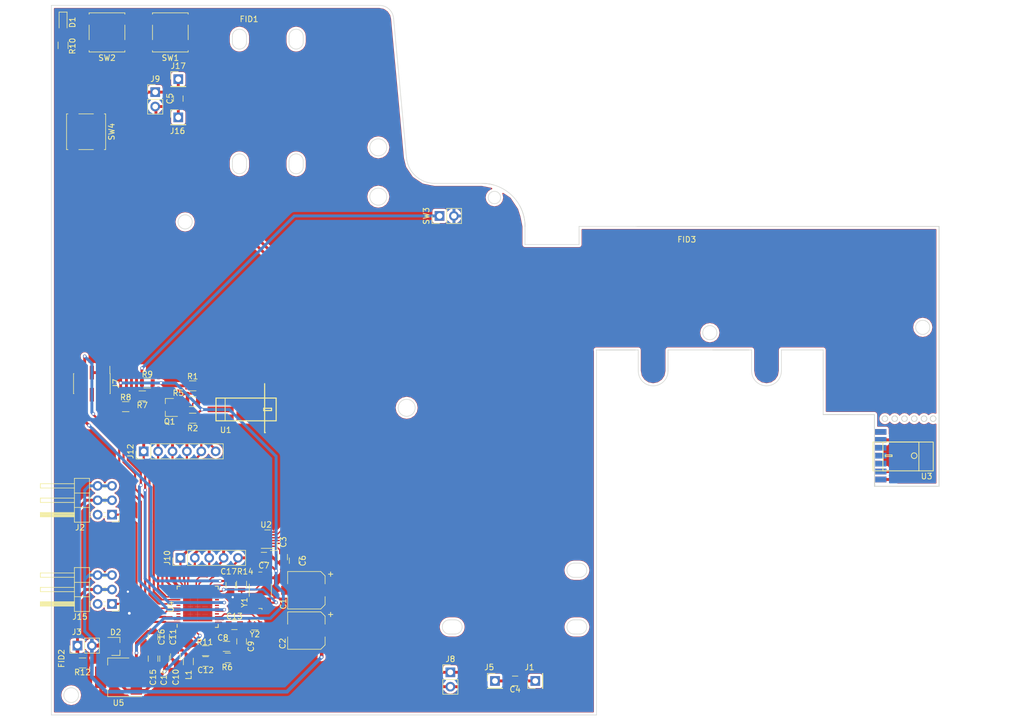
<source format=kicad_pcb>
(kicad_pcb (version 20171130) (host pcbnew "(2018-02-09 revision dba198e57)-makepkg")
  (layers (0 F.Cu signal) (31 B.Cu signal) (34 B.Paste user hide) (35 F.Paste user hide) (36 B.SilkS user) (37 F.SilkS user) (38 B.Mask user hide) (39 F.Mask user hide) (44 Edge.Cuts user))
  (net 0 "")
  (net 1 +5V)
  (net 2 GND)
  (net 3 mSproc+)
  (net 4 mSproc-)
  (net 5 mTape+)
  (net 6 mTape-)
  (net 7 +3V3)
  (net 8 "Net-(C8-Pad1)")
  (net 9 "Net-(C13-Pad2)")
  (net 10 "Net-(C9-Pad1)")
  (net 11 "Net-(C12-Pad1)")
  (net 12 "Net-(C13-Pad1)")
  (net 13 VREGIN)
  (net 14 RESET)
  (net 15 "Net-(D1-Pad2)")
  (net 16 ST_LED)
  (net 17 GNDA)
  (net 18 UART2_RX)
  (net 19 UART2_TX)
  (net 20 Foto)
  (net 21 SWD_DI0)
  (net 22 SWD_CLK)
  (net 23 UART1_RX)
  (net 24 UART1_TX)
  (net 25 PWMB)
  (net 26 DirB)
  (net 27 PWMA)
  (net 28 DirA)
  (net 29 H-Mode)
  (net 30 EncOut)
  (net 31 SW_MSW)
  (net 32 SW_FWD)
  (net 33 SW_REV)
  (net 34 "Net-(R1-Pad1)")
  (net 35 "Net-(U4-Pad25)")
  (net 36 "Net-(U4-Pad24)")
  (net 37 "Net-(U4-Pad15)")
  (net 38 "Net-(U4-Pad14)")
  (net 39 "Net-(U3-Pad4)")
  (net 40 "Net-(U3-Pad5)")
  (net 41 "Net-(U3-Pad6)")
  (net 42 "Net-(U3-Pad3)")
  (net 43 "Net-(U3-Pad2)")
  (net 44 "Net-(U3-Pad1)")
  (net 45 "Net-(U3-Pad7)")
  (module Capacitors_SMD:CP_Elec_6.3x7.7 (layer F.Cu) (at 125.984 143.383 180)
    (fp_text reference C1 (at 4.064 -2.413 270) (layer F.SilkS))
    (fp_text value 220u)
    (fp_text user + (at -4.28 2.91 180) (layer F.SilkS))
    (pad 1 smd rect (at -2.7 0) (size 3.5 1.6) (layers F.Cu F.Paste F.Mask) (net 1 +5V))
    (pad 2 smd rect (at 2.7 0) (size 3.5 1.6) (layers F.Cu F.Paste F.Mask) (net 2 GND))
  )
  (module Capacitors_SMD:CP_Elec_6.3x7.7 (layer F.Cu) (at 125.984 150.495 180)
    (fp_text reference C2 (at 4.191 -2.286 270) (layer F.SilkS))
    (fp_text value 220u)
    (fp_text user + (at -4.28 2.91 180) (layer F.SilkS))
    (pad 1 smd rect (at -2.7 0) (size 3.5 1.6) (layers F.Cu F.Paste F.Mask) (net 1 +5V))
    (pad 2 smd rect (at 2.7 0) (size 3.5 1.6) (layers F.Cu F.Paste F.Mask) (net 2 GND))
  )
  (module LEDs:LED_0805 (layer F.Cu) (at 83.058 43.18 270)
    (fp_text reference D1 (at 0 -1.651 270) (layer F.SilkS))
    (fp_text value LED)
    (pad 2 smd rect (at 1.1 0 90) (size 1.2 1.2) (layers F.Cu F.Paste F.Mask) (net 15 "Net-(D1-Pad2)"))
    (pad 1 smd rect (at -1.1 0 90) (size 1.2 1.2) (layers F.Cu F.Paste F.Mask) (net 16 ST_LED))
  )
  (module TO_SOT_Packages_SMD:SOT-23 (layer F.Cu) (at 92.329 153.289)
    (fp_text reference D2 (at 0 -2.5) (layer F.SilkS))
    (fp_text value D_Schottky_x2_ACom_AKK)
    (pad 1 smd rect (at -1 -0.95) (size 0.9 0.8) (layers F.Cu F.Paste F.Mask) (net 1 +5V))
    (pad 2 smd rect (at -1 0.95) (size 0.9 0.8) (layers F.Cu F.Paste F.Mask) (net 13 VREGIN))
    (pad 3 smd rect (at 1 0) (size 0.9 0.8) (layers F.Cu F.Paste F.Mask) (net 13 VREGIN))
  )
  (module Pin_Headers:Pin_Header_Straight_1x05_Pitch2.54mm (layer F.Cu) (at 103.759 137.668 90)
    (fp_text reference J10 (at 0 -2.33 90) (layer F.SilkS))
    (fp_text value H-Bridge)
    (pad 1 thru_hole rect (at 0 0 90) (size 1.7 1.7) (drill 1) (layers *.Cu *.Mask) (net 25 PWMB))
    (pad 2 thru_hole oval (at 0 2.54 90) (size 1.7 1.7) (drill 1) (layers *.Cu *.Mask) (net 26 DirB))
    (pad 3 thru_hole oval (at 0 5.08 90) (size 1.7 1.7) (drill 1) (layers *.Cu *.Mask) (net 27 PWMA))
    (pad 4 thru_hole oval (at 0 7.62 90) (size 1.7 1.7) (drill 1) (layers *.Cu *.Mask) (net 28 DirA))
    (pad 5 thru_hole oval (at 0 10.16 90) (size 1.7 1.7) (drill 1) (layers *.Cu *.Mask) (net 29 H-Mode))
  )
  (module TO_SOT_Packages_SMD:SOT-23 (layer F.Cu) (at 101.854 111.125 180)
    (fp_text reference Q1 (at 0 -2.5 180) (layer F.SilkS))
    (fp_text value BC847)
    (pad 1 smd rect (at -1 -0.95 180) (size 0.9 0.8) (layers F.Cu F.Paste F.Mask) (net 20 Foto))
    (pad 2 smd rect (at -1 0.95 180) (size 0.9 0.8) (layers F.Cu F.Paste F.Mask) (net 2 GND))
    (pad 3 smd rect (at 1 0 180) (size 0.9 0.8) (layers F.Cu F.Paste F.Mask) (net 30 EncOut))
  )
  (module Pin_Headers:Pin_Header_Straight_1x02_Pitch2.54mm (layer F.Cu) (at 149.479 77.343 90)
    (fp_text reference SW3 (at 0 -2.33 90) (layer F.SilkS))
    (fp_text value SW_MSW)
    (pad 1 thru_hole rect (at 0 0 90) (size 1.7 1.7) (drill 1) (layers *.Cu *.Mask) (net 31 SW_MSW))
    (pad 2 thru_hole oval (at 0 2.54 90) (size 1.7 1.7) (drill 1) (layers *.Cu *.Mask) (net 2 GND))
  )
  (module Housings_SON:WSON-12-1EP_3x2mm_Pitch0.5mm (layer F.Cu) (at 119.126 134.366 180)
    (fp_text reference U2 (at 0.254 2.54 180) (layer F.SilkS))
    (fp_text value DRV8835)
    (pad 1 smd rect (at -0.95 -1.25 180) (size 0.5 0.25) (layers F.Cu F.Paste F.Mask) (net 1 +5V))
    (pad 2 smd rect (at -0.95 -0.75 180) (size 0.5 0.25) (layers F.Cu F.Paste F.Mask) (net 3 mSproc+))
    (pad 3 smd rect (at -0.95 -0.25 180) (size 0.5 0.25) (layers F.Cu F.Paste F.Mask) (net 4 mSproc-))
    (pad 4 smd rect (at -0.95 0.25 180) (size 0.5 0.25) (layers F.Cu F.Paste F.Mask) (net 5 mTape+))
    (pad 5 smd rect (at -0.95 0.75 180) (size 0.5 0.25) (layers F.Cu F.Paste F.Mask) (net 6 mTape-))
    (pad 6 smd rect (at -0.95 1.25 180) (size 0.5 0.25) (layers F.Cu F.Paste F.Mask) (net 2 GND))
    (pad 7 smd rect (at 0.95 1.25 180) (size 0.5 0.25) (layers F.Cu F.Paste F.Mask) (net 25 PWMB))
    (pad 8 smd rect (at 0.95 0.75 180) (size 0.5 0.25) (layers F.Cu F.Paste F.Mask) (net 26 DirB))
    (pad 9 smd rect (at 0.95 0.25 180) (size 0.5 0.25) (layers F.Cu F.Paste F.Mask) (net 27 PWMA))
    (pad 10 smd rect (at 0.95 -0.25 180) (size 0.5 0.25) (layers F.Cu F.Paste F.Mask) (net 28 DirA))
    (pad 11 smd rect (at 0.95 -0.75 180) (size 0.5 0.25) (layers F.Cu F.Paste F.Mask) (net 29 H-Mode))
    (pad 12 smd rect (at 0.95 -1.25 180) (size 0.5 0.25) (layers F.Cu F.Paste F.Mask) (net 7 +3V3))
    (pad 13 smd rect (at 0 0 180) (size 1 2.65) (layers F.Cu F.Mask) (net 2 GND))
    (pad 13 smd rect (at 0 0.685 180) (size 0.95 1.17) (layers F.Cu F.Paste) (net 2 GND))
    (pad 13 smd rect (at 0 -0.685 180) (size 0.95 1.17) (layers F.Cu F.Paste) (net 2 GND))
  )
  (module TO_SOT_Packages_SMD:SOT-223-3_TabPin2 (layer F.Cu) (at 92.837 158.75 180)
    (fp_text reference U5 (at 0 -4.5 180) (layer F.SilkS))
    (fp_text value TC1262-33)
    (pad 2 smd rect (at 3.15 0 180) (size 2 3.8) (layers F.Cu F.Paste F.Mask) (net 2 GND))
    (pad 2 smd rect (at -3.15 0 180) (size 2 1.5) (layers F.Cu F.Paste F.Mask) (net 2 GND))
    (pad 3 smd rect (at -3.15 2.3 180) (size 2 1.5) (layers F.Cu F.Paste F.Mask) (net 7 +3V3))
    (pad 1 smd rect (at -3.15 -2.3 180) (size 2 1.5) (layers F.Cu F.Paste F.Mask) (net 13 VREGIN))
  )
  (module Crystals:Crystal_SMD_0603-4pin_6.0x3.5mm (layer F.Cu) (at 117.856 143.383 90)
    (fp_text reference Y1 (at -2.159 -2.794 90) (layer F.SilkS))
    (fp_text value 8MHz)
    (pad 1 smd rect (at -2.2 1.2 90) (size 1.8 1.4) (layers F.Cu F.Paste F.Mask) (net 36 "Net-(U4-Pad24)"))
    (pad 2 smd rect (at 2.2 1.2 90) (size 1.8 1.4) (layers F.Cu F.Paste F.Mask) (net 2 GND))
    (pad 3 smd rect (at 2.2 -1.2 90) (size 1.8 1.4) (layers F.Cu F.Paste F.Mask) (net 35 "Net-(U4-Pad25)"))
    (pad 4 smd rect (at -2.2 -1.2 90) (size 1.8 1.4) (layers F.Cu F.Paste F.Mask) (net 2 GND))
  )
  (module Capacitors_SMD:C_0805 (layer F.Cu) (at 103.378 56.642 90)
    (fp_text reference C5 (at 0 -1.5 90) (layer F.SilkS))
    (fp_text value 3n3)
    (pad 1 smd rect (at -1 0 90) (size 1 1.25) (layers F.Cu F.Paste F.Mask) (net 5 mTape+))
    (pad 2 smd rect (at 1 0 90) (size 1 1.25) (layers F.Cu F.Paste F.Mask) (net 6 mTape-))
  )
  (module Capacitors_SMD:C_0805 (layer F.Cu) (at 121.793 137.541 270)
    (fp_text reference C3 (at -2.667 -0.127 270) (layer F.SilkS))
    (fp_text value 1u)
    (pad 1 smd rect (at -1 0 270) (size 1 1.25) (layers F.Cu F.Paste F.Mask) (net 1 +5V))
    (pad 2 smd rect (at 1 0 270) (size 1 1.25) (layers F.Cu F.Paste F.Mask) (net 2 GND))
  )
  (module Capacitors_SMD:C_0805 (layer F.Cu) (at 162.814 159.385 180)
    (fp_text reference C4 (at 0 -1.5 180) (layer F.SilkS))
    (fp_text value 3n3)
    (pad 1 smd rect (at -1 0 180) (size 1 1.25) (layers F.Cu F.Paste F.Mask) (net 3 mSproc+))
    (pad 2 smd rect (at 1 0 180) (size 1 1.25) (layers F.Cu F.Paste F.Mask) (net 4 mSproc-))
  )
  (module Capacitors_SMD:C_0805 (layer F.Cu) (at 123.825 138.176 270)
    (fp_text reference C6 (at 0 -1.524 270) (layer F.SilkS))
    (fp_text value 100n)
    (pad 1 smd rect (at -1 0 270) (size 1 1.25) (layers F.Cu F.Paste F.Mask) (net 1 +5V))
    (pad 2 smd rect (at 1 0 270) (size 1 1.25) (layers F.Cu F.Paste F.Mask) (net 2 GND))
  )
  (module Capacitors_SMD:C_0805 (layer F.Cu) (at 118.491 137.541 180)
    (fp_text reference C7 (at 0 -1.5 180) (layer F.SilkS))
    (fp_text value 100n)
    (pad 1 smd rect (at -1 0 180) (size 1 1.25) (layers F.Cu F.Paste F.Mask) (net 2 GND))
    (pad 2 smd rect (at 1 0 180) (size 1 1.25) (layers F.Cu F.Paste F.Mask) (net 7 +3V3))
  )
  (module Capacitors_SMD:C_0805 (layer F.Cu) (at 112.141 155.321)
    (fp_text reference C8 (at -0.889 -3.556) (layer F.SilkS))
    (fp_text value 2u2)
    (pad 1 smd rect (at -1 0) (size 1 1.25) (layers F.Cu F.Paste F.Mask) (net 8 "Net-(C8-Pad1)"))
    (pad 2 smd rect (at 1 0) (size 1 1.25) (layers F.Cu F.Paste F.Mask) (net 9 "Net-(C13-Pad2)"))
  )
  (module Capacitors_SMD:C_0805 (layer F.Cu) (at 114.554 152.4 90)
    (fp_text reference C9 (at -0.889 1.651 90) (layer F.SilkS))
    (fp_text value 100n)
    (pad 1 smd rect (at -1 0 90) (size 1 1.25) (layers F.Cu F.Paste F.Mask) (net 10 "Net-(C9-Pad1)"))
    (pad 2 smd rect (at 1 0 90) (size 1 1.25) (layers F.Cu F.Paste F.Mask) (net 9 "Net-(C13-Pad2)"))
  )
  (module Capacitors_SMD:C_0805 (layer F.Cu) (at 102.87 155.067 270)
    (fp_text reference C10 (at 3.6576 -0.0762 270) (layer F.SilkS))
    (fp_text value 100n)
    (pad 1 smd rect (at -1 0 270) (size 1 1.25) (layers F.Cu F.Paste F.Mask) (net 7 +3V3))
    (pad 2 smd rect (at 1 0 270) (size 1 1.25) (layers F.Cu F.Paste F.Mask) (net 2 GND))
  )
  (module Capacitors_SMD:C_0805 (layer F.Cu) (at 100.965 151.638 270)
    (fp_text reference C11 (at 0 -1.5 270) (layer F.SilkS))
    (fp_text value 100n)
    (pad 1 smd rect (at -1 0 270) (size 1 1.25) (layers F.Cu F.Paste F.Mask) (net 7 +3V3))
    (pad 2 smd rect (at 1 0 270) (size 1 1.25) (layers F.Cu F.Paste F.Mask) (net 2 GND))
  )
  (module Capacitors_SMD:C_0805 (layer F.Cu) (at 108.204 155.956 180)
    (fp_text reference C12 (at 0 -1.524 180) (layer F.SilkS))
    (fp_text value 2u2)
    (pad 1 smd rect (at -1 0 180) (size 1 1.25) (layers F.Cu F.Paste F.Mask) (net 11 "Net-(C12-Pad1)"))
    (pad 2 smd rect (at 1 0 180) (size 1 1.25) (layers F.Cu F.Paste F.Mask) (net 2 GND))
  )
  (module Capacitors_SMD:C_0805 (layer F.Cu) (at 113.284 149.479)
    (fp_text reference C13 (at 0 -1.5) (layer F.SilkS))
    (fp_text value 100n)
    (pad 1 smd rect (at -1 0) (size 1 1.25) (layers F.Cu F.Paste F.Mask) (net 12 "Net-(C13-Pad1)"))
    (pad 2 smd rect (at 1 0) (size 1 1.25) (layers F.Cu F.Paste F.Mask) (net 9 "Net-(C13-Pad2)"))
  )
  (module Capacitors_SMD:C_0805 (layer F.Cu) (at 100.965 155.448 90)
    (fp_text reference C14 (at -3.302 -0.127 90) (layer F.SilkS))
    (fp_text value 2u2)
    (pad 1 smd rect (at -1 0 90) (size 1 1.25) (layers F.Cu F.Paste F.Mask) (net 13 VREGIN))
    (pad 2 smd rect (at 1 0 90) (size 1 1.25) (layers F.Cu F.Paste F.Mask) (net 2 GND))
  )
  (module Capacitors_SMD:C_0805 (layer F.Cu) (at 98.933 155.448 90)
    (fp_text reference C15 (at -3.302 0 90) (layer F.SilkS))
    (fp_text value 100n)
    (pad 1 smd rect (at -1 0 90) (size 1 1.25) (layers F.Cu F.Paste F.Mask) (net 13 VREGIN))
    (pad 2 smd rect (at 1 0 90) (size 1 1.25) (layers F.Cu F.Paste F.Mask) (net 2 GND))
  )
  (module Capacitors_SMD:C_0805 (layer F.Cu) (at 98.933 151.638 270)
    (fp_text reference C16 (at 0 -1.5 270) (layer F.SilkS))
    (fp_text value 100n)
    (pad 1 smd rect (at -1 0 270) (size 1 1.25) (layers F.Cu F.Paste F.Mask) (net 7 +3V3))
    (pad 2 smd rect (at 1 0 270) (size 1 1.25) (layers F.Cu F.Paste F.Mask) (net 2 GND))
  )
  (module Capacitors_SMD:C_0805 (layer F.Cu) (at 112.649 142.494 270)
    (fp_text reference C17 (at -2.413 0.381) (layer F.SilkS))
    (fp_text value 100n)
    (pad 1 smd rect (at -1 0 270) (size 1 1.25) (layers F.Cu F.Paste F.Mask) (net 14 RESET))
    (pad 2 smd rect (at 1 0 270) (size 1 1.25) (layers F.Cu F.Paste F.Mask) (net 2 GND))
  )
  (module Inductors_SMD:L_0805 (layer F.Cu) (at 105.156 155.956 90)
    (fp_text reference L1 (at -2.3622 0.0508 90) (layer F.SilkS))
    (fp_text value 330)
    (pad 1 smd rect (at -0.95 0 90) (size 0.7 1.3) (layers F.Cu F.Paste F.Mask) (net 8 "Net-(C8-Pad1)"))
    (pad 2 smd rect (at 0.95 0 90) (size 0.7 1.3) (layers F.Cu F.Paste F.Mask) (net 7 +3V3))
  )
  (module Resistors_SMD:R_0805 (layer F.Cu) (at 105.918 107.315 180)
    (fp_text reference R1 (at 0 1.651 180) (layer F.SilkS))
    (fp_text value 100)
    (pad 1 smd rect (at -0.95 0 180) (size 0.7 1.3) (layers F.Cu F.Paste F.Mask) (net 34 "Net-(R1-Pad1)"))
    (pad 2 smd rect (at 0.95 0 180) (size 0.7 1.3) (layers F.Cu F.Paste F.Mask) (net 7 +3V3))
  )
  (module Resistors_SMD:R_0805 (layer F.Cu) (at 105.918 113.03)
    (fp_text reference R2 (at 0 1.778) (layer F.SilkS))
    (fp_text value 10k)
    (pad 1 smd rect (at -0.95 0) (size 0.7 1.3) (layers F.Cu F.Paste F.Mask) (net 30 EncOut))
    (pad 2 smd rect (at 0.95 0) (size 0.7 1.3) (layers F.Cu F.Paste F.Mask) (net 7 +3V3))
  )
  (module Resistors_SMD:R_0805 (layer F.Cu) (at 111.887 153.289 180)
    (fp_text reference R6 (at -0.127 -3.683 180) (layer F.SilkS))
    (fp_text value 470)
    (pad 1 smd rect (at -0.95 0 180) (size 0.7 1.3) (layers F.Cu F.Paste F.Mask) (net 10 "Net-(C9-Pad1)"))
    (pad 2 smd rect (at 0.95 0 180) (size 0.7 1.3) (layers F.Cu F.Paste F.Mask) (net 8 "Net-(C8-Pad1)"))
  )
  (module Resistors_SMD:R_0805 (layer F.Cu) (at 97.028 109.093 180)
    (fp_text reference R7 (at 0 -1.65 180) (layer F.SilkS))
    (fp_text value 100k)
    (pad 1 smd rect (at -0.95 0 180) (size 0.7 1.3) (layers F.Cu F.Paste F.Mask) (net 7 +3V3))
    (pad 2 smd rect (at 0.95 0 180) (size 0.7 1.3) (layers F.Cu F.Paste F.Mask) (net 32 SW_FWD))
  )
  (module Resistors_SMD:R_0805 (layer F.Cu) (at 94.107 110.998)
    (fp_text reference R8 (at 0 -1.65) (layer F.SilkS))
    (fp_text value 100k)
    (pad 1 smd rect (at -0.95 0) (size 0.7 1.3) (layers F.Cu F.Paste F.Mask) (net 7 +3V3))
    (pad 2 smd rect (at 0.95 0) (size 0.7 1.3) (layers F.Cu F.Paste F.Mask) (net 33 SW_REV))
  )
  (module Resistors_SMD:R_0805 (layer F.Cu) (at 97.917 106.807 180)
    (fp_text reference R9 (at 0 1.524 180) (layer F.SilkS))
    (fp_text value 100k)
    (pad 1 smd rect (at -0.95 0 180) (size 0.7 1.3) (layers F.Cu F.Paste F.Mask) (net 7 +3V3))
    (pad 2 smd rect (at 0.95 0 180) (size 0.7 1.3) (layers F.Cu F.Paste F.Mask) (net 31 SW_MSW))
  )
  (module Resistors_SMD:R_0805 (layer F.Cu) (at 83.058 47.244 90)
    (fp_text reference R10 (at -0.127 1.651 90) (layer F.SilkS))
    (fp_text value 100)
    (pad 1 smd rect (at -0.95 0 90) (size 0.7 1.3) (layers F.Cu F.Paste F.Mask) (net 7 +3V3))
    (pad 2 smd rect (at 0.95 0 90) (size 0.7 1.3) (layers F.Cu F.Paste F.Mask) (net 15 "Net-(D1-Pad2)"))
  )
  (module Resistors_SMD:R_0805 (layer F.Cu) (at 108.204 154.051 180)
    (fp_text reference R11 (at 0.127 1.524 180) (layer F.SilkS))
    (fp_text value 0)
    (pad 1 smd rect (at -0.95 0 180) (size 0.7 1.3) (layers F.Cu F.Paste F.Mask) (net 11 "Net-(C12-Pad1)"))
    (pad 2 smd rect (at 0.95 0 180) (size 0.7 1.3) (layers F.Cu F.Paste F.Mask) (net 7 +3V3))
  )
  (module Resistors_SMD:R_0805 (layer F.Cu) (at 114.554 142.367 90)
    (fp_text reference R14 (at 2.286 0.635 180) (layer F.SilkS))
    (fp_text value 10k)
    (pad 1 smd rect (at -0.95 0 90) (size 0.7 1.3) (layers F.Cu F.Paste F.Mask) (net 7 +3V3))
    (pad 2 smd rect (at 0.95 0 90) (size 0.7 1.3) (layers F.Cu F.Paste F.Mask) (net 14 RESET))
  )
  (module Pin_Headers:Pin_Header_Straight_2x05_Pitch1.27mm_SMD (layer F.Cu) (at 88.138 106.934 270)
    (fp_text reference J7 (at 0 -4.235 270) (layer F.SilkS))
    (fp_text value "SWD Interface")
    (pad 1 smd rect (at -1.95 -2.54 270) (size 2.4 0.74) (layers F.Cu F.Paste F.Mask) (net 7 +3V3))
    (pad 2 smd rect (at 1.95 -2.54 270) (size 2.4 0.74) (layers F.Cu F.Paste F.Mask) (net 21 SWD_DI0))
    (pad 3 smd rect (at -1.95 -1.27 270) (size 2.4 0.74) (layers F.Cu F.Paste F.Mask) (net 2 GND))
    (pad 4 smd rect (at 1.95 -1.27 270) (size 2.4 0.74) (layers F.Cu F.Paste F.Mask) (net 22 SWD_CLK))
    (pad 5 smd rect (at -1.95 0 270) (size 2.4 0.74) (layers F.Cu F.Paste F.Mask) (net 2 GND))
    (pad 6 smd rect (at 1.95 0 270) (size 2.4 0.74) (layers F.Cu F.Paste F.Mask))
    (pad 7 smd rect (at -1.95 1.27 270) (size 2.4 0.74) (layers F.Cu F.Paste F.Mask) (net 23 UART1_RX))
    (pad 8 smd rect (at 1.95 1.27 270) (size 2.4 0.74) (layers F.Cu F.Paste F.Mask) (net 24 UART1_TX))
    (pad 9 smd rect (at -1.95 2.54 270) (size 2.4 0.74) (layers F.Cu F.Paste F.Mask) (net 2 GND))
    (pad 10 smd rect (at 1.95 2.54 270) (size 2.4 0.74) (layers F.Cu F.Paste F.Mask) (net 14 RESET))
  )
  (module Resistors_SMD:R_0805 (layer F.Cu) (at 105.918 110.109)
    (fp_text reference R5 (at -2.54 -1.524) (layer F.SilkS))
    (fp_text value 4k7)
    (pad 1 smd rect (at -0.95 0) (size 0.7 1.3) (layers F.Cu F.Paste F.Mask) (net 2 GND))
    (pad 2 smd rect (at 0.95 0) (size 0.7 1.3) (layers F.Cu F.Paste F.Mask) (net 20 Foto))
  )
  (module Resistors_SMD:R_0805 (layer F.Cu) (at 86.487 156.21 180)
    (fp_text reference R12 (at 0 -1.65 180) (layer F.SilkS))
    (fp_text value 0)
    (pad 1 smd rect (at -0.95 0 180) (size 0.7 1.3) (layers F.Cu F.Paste F.Mask) (net 2 GND))
    (pad 2 smd rect (at 0.95 0 180) (size 0.7 1.3) (layers F.Cu F.Paste F.Mask) (net 17 GNDA))
  )
  (module Pin_Headers:Pin_Header_Straight_1x06_Pitch2.54mm (layer F.Cu) (at 97.282 118.872 90)
    (fp_text reference J12 (at 0 -2.33 90) (layer F.SilkS))
    (fp_text value SW_ENC_LED)
    (pad 1 thru_hole rect (at 0 0 90) (size 1.7 1.7) (drill 1) (layers *.Cu *.Mask) (net 16 ST_LED))
    (pad 2 thru_hole oval (at 0 2.54 90) (size 1.7 1.7) (drill 1) (layers *.Cu *.Mask) (net 33 SW_REV))
    (pad 3 thru_hole oval (at 0 5.08 90) (size 1.7 1.7) (drill 1) (layers *.Cu *.Mask) (net 32 SW_FWD))
    (pad 4 thru_hole oval (at 0 7.62 90) (size 1.7 1.7) (drill 1) (layers *.Cu *.Mask) (net 31 SW_MSW))
    (pad 5 thru_hole oval (at 0 10.16 90) (size 1.7 1.7) (drill 1) (layers *.Cu *.Mask) (net 30 EncOut))
    (pad 6 thru_hole oval (at 0 12.7 90) (size 1.7 1.7) (drill 1) (layers *.Cu *.Mask) (net 20 Foto))
  )
  (module Pin_Headers:Pin_Header_Straight_1x02_Pitch2.54mm (layer F.Cu) (at 85.598 153.162 90)
    (fp_text reference J3 (at 2.413 -0.127 180) (layer F.SilkS))
    (fp_text value PWR)
    (pad 1 thru_hole rect (at 0 0 90) (size 1.7 1.7) (drill 1) (layers *.Cu *.Mask) (net 17 GNDA))
    (pad 2 thru_hole oval (at 0 2.54 90) (size 1.7 1.7) (drill 1) (layers *.Cu *.Mask) (net 1 +5V))
  )
  (module Pin_Headers:Pin_Header_Straight_1x02_Pitch2.54mm (layer F.Cu) (at 151.384 157.861)
    (fp_text reference J8 (at 0 -2.33) (layer F.SilkS))
    (fp_text value "Motor Sproc")
    (pad 1 thru_hole rect (at 0 0) (size 1.7 1.7) (drill 1) (layers *.Cu *.Mask) (net 4 mSproc-))
    (pad 2 thru_hole oval (at 0 2.54) (size 1.7 1.7) (drill 1) (layers *.Cu *.Mask) (net 3 mSproc+))
  )
  (module Pin_Headers:Pin_Header_Straight_1x02_Pitch2.54mm (layer F.Cu) (at 99.314 55.499)
    (fp_text reference J9 (at 0 -2.33) (layer F.SilkS))
    (fp_text value "Motor Tape")
    (pad 1 thru_hole rect (at 0 0) (size 1.7 1.7) (drill 1) (layers *.Cu *.Mask) (net 6 mTape-))
    (pad 2 thru_hole oval (at 0 2.54) (size 1.7 1.7) (drill 1) (layers *.Cu *.Mask) (net 5 mTape+))
  )
  (module Pin_Headers:Pin_Header_Angled_2x03_Pitch2.54mm (layer F.Cu) (at 91.694 130.048 180)
    (fp_text reference J2 (at 5.655 -2.27 180) (layer F.SilkS))
    (fp_text value Daisy)
    (pad 1 thru_hole rect (at 0 0 180) (size 1.7 1.7) (drill 1) (layers *.Cu *.Mask) (net 18 UART2_RX))
    (pad 2 thru_hole oval (at 2.54 0 180) (size 1.7 1.7) (drill 1) (layers *.Cu *.Mask) (net 18 UART2_RX))
    (pad 3 thru_hole oval (at 0 2.54 180) (size 1.7 1.7) (drill 1) (layers *.Cu *.Mask) (net 17 GNDA))
    (pad 4 thru_hole oval (at 2.54 2.54 180) (size 1.7 1.7) (drill 1) (layers *.Cu *.Mask) (net 17 GNDA))
    (pad 5 thru_hole oval (at 0 5.08 180) (size 1.7 1.7) (drill 1) (layers *.Cu *.Mask) (net 1 +5V))
    (pad 6 thru_hole oval (at 2.54 5.08 180) (size 1.7 1.7) (drill 1) (layers *.Cu *.Mask) (net 1 +5V))
  )
  (module Pin_Headers:Pin_Header_Angled_2x03_Pitch2.54mm (layer F.Cu) (at 91.694 145.796 180)
    (fp_text reference J15 (at 5.655 -2.27 180) (layer F.SilkS))
    (fp_text value Daisy)
    (pad 1 thru_hole rect (at 0 0 180) (size 1.7 1.7) (drill 1) (layers *.Cu *.Mask) (net 19 UART2_TX))
    (pad 2 thru_hole oval (at 2.54 0 180) (size 1.7 1.7) (drill 1) (layers *.Cu *.Mask) (net 19 UART2_TX))
    (pad 3 thru_hole oval (at 0 2.54 180) (size 1.7 1.7) (drill 1) (layers *.Cu *.Mask) (net 17 GNDA))
    (pad 4 thru_hole oval (at 2.54 2.54 180) (size 1.7 1.7) (drill 1) (layers *.Cu *.Mask) (net 17 GNDA))
    (pad 5 thru_hole oval (at 0 5.08 180) (size 1.7 1.7) (drill 1) (layers *.Cu *.Mask) (net 1 +5V))
    (pad 6 thru_hole oval (at 2.54 5.08 180) (size 1.7 1.7) (drill 1) (layers *.Cu *.Mask) (net 1 +5V))
  )
  (module Housings_DFN_QFN:QFN-48-1EP_7x7mm_Pitch0.5mm (layer F.Cu) (at 106.807 146.304 90)
    (fp_text reference U4 (at 0 -4.75 90) (layer F.SilkS))
    (fp_text value MK20DX128VFT)
    (pad 1 smd rect (at -3.4 -2.75 90) (size 0.7 0.25) (layers F.Cu F.Paste F.Mask) (net 7 +3V3))
    (pad 2 smd rect (at -3.4 -2.25 90) (size 0.7 0.25) (layers F.Cu F.Paste F.Mask) (net 2 GND))
    (pad 3 smd rect (at -3.4 -1.75 90) (size 0.7 0.25) (layers F.Cu F.Paste F.Mask))
    (pad 4 smd rect (at -3.4 -1.25 90) (size 0.7 0.25) (layers F.Cu F.Paste F.Mask))
    (pad 5 smd rect (at -3.4 -0.75 90) (size 0.7 0.25) (layers F.Cu F.Paste F.Mask) (net 11 "Net-(C12-Pad1)"))
    (pad 6 smd rect (at -3.4 -0.25 90) (size 0.7 0.25) (layers F.Cu F.Paste F.Mask) (net 13 VREGIN))
    (pad 7 smd rect (at -3.4 0.25 90) (size 0.7 0.25) (layers F.Cu F.Paste F.Mask))
    (pad 8 smd rect (at -3.4 0.75 90) (size 0.7 0.25) (layers F.Cu F.Paste F.Mask))
    (pad 9 smd rect (at -3.4 1.25 90) (size 0.7 0.25) (layers F.Cu F.Paste F.Mask) (net 8 "Net-(C8-Pad1)"))
    (pad 10 smd rect (at -3.4 1.75 90) (size 0.7 0.25) (layers F.Cu F.Paste F.Mask) (net 10 "Net-(C9-Pad1)"))
    (pad 11 smd rect (at -3.4 2.25 90) (size 0.7 0.25) (layers F.Cu F.Paste F.Mask) (net 9 "Net-(C13-Pad2)"))
    (pad 12 smd rect (at -3.4 2.75 90) (size 0.7 0.25) (layers F.Cu F.Paste F.Mask) (net 9 "Net-(C13-Pad2)"))
    (pad 13 smd rect (at -2.75 3.4 180) (size 0.7 0.25) (layers F.Cu F.Paste F.Mask) (net 12 "Net-(C13-Pad1)"))
    (pad 14 smd rect (at -2.25 3.4 180) (size 0.7 0.25) (layers F.Cu F.Paste F.Mask) (net 38 "Net-(U4-Pad14)"))
    (pad 15 smd rect (at -1.75 3.4 180) (size 0.7 0.25) (layers F.Cu F.Paste F.Mask) (net 37 "Net-(U4-Pad15)"))
    (pad 16 smd rect (at -1.25 3.4 180) (size 0.7 0.25) (layers F.Cu F.Paste F.Mask) (net 7 +3V3))
    (pad 17 smd rect (at -0.75 3.4 180) (size 0.7 0.25) (layers F.Cu F.Paste F.Mask) (net 22 SWD_CLK))
    (pad 18 smd rect (at -0.25 3.4 180) (size 0.7 0.25) (layers F.Cu F.Paste F.Mask))
    (pad 19 smd rect (at 0.25 3.4 180) (size 0.7 0.25) (layers F.Cu F.Paste F.Mask))
    (pad 20 smd rect (at 0.75 3.4 180) (size 0.7 0.25) (layers F.Cu F.Paste F.Mask) (net 21 SWD_DI0))
    (pad 21 smd rect (at 1.25 3.4 180) (size 0.7 0.25) (layers F.Cu F.Paste F.Mask))
    (pad 22 smd rect (at 1.75 3.4 180) (size 0.7 0.25) (layers F.Cu F.Paste F.Mask))
    (pad 23 smd rect (at 2.25 3.4 180) (size 0.7 0.25) (layers F.Cu F.Paste F.Mask) (net 2 GND))
    (pad 24 smd rect (at 2.75 3.4 180) (size 0.7 0.25) (layers F.Cu F.Paste F.Mask) (net 36 "Net-(U4-Pad24)"))
    (pad 25 smd rect (at 3.4 2.75 90) (size 0.7 0.25) (layers F.Cu F.Paste F.Mask) (net 35 "Net-(U4-Pad25)"))
    (pad 26 smd rect (at 3.4 2.25 90) (size 0.7 0.25) (layers F.Cu F.Paste F.Mask) (net 14 RESET))
    (pad 27 smd rect (at 3.4 1.75 90) (size 0.7 0.25) (layers F.Cu F.Paste F.Mask))
    (pad 28 smd rect (at 3.4 1.25 90) (size 0.7 0.25) (layers F.Cu F.Paste F.Mask))
    (pad 29 smd rect (at 3.4 0.75 90) (size 0.7 0.25) (layers F.Cu F.Paste F.Mask))
    (pad 30 smd rect (at 3.4 0.25 90) (size 0.7 0.25) (layers F.Cu F.Paste F.Mask) (net 29 H-Mode))
    (pad 31 smd rect (at 3.4 -0.25 90) (size 0.7 0.25) (layers F.Cu F.Paste F.Mask) (net 28 DirA))
    (pad 32 smd rect (at 3.4 -0.75 90) (size 0.7 0.25) (layers F.Cu F.Paste F.Mask))
    (pad 33 smd rect (at 3.4 -1.25 90) (size 0.7 0.25) (layers F.Cu F.Paste F.Mask))
    (pad 34 smd rect (at 3.4 -1.75 90) (size 0.7 0.25) (layers F.Cu F.Paste F.Mask) (net 27 PWMA))
    (pad 35 smd rect (at 3.4 -2.25 90) (size 0.7 0.25) (layers F.Cu F.Paste F.Mask) (net 26 DirB))
    (pad 36 smd rect (at 3.4 -2.75 90) (size 0.7 0.25) (layers F.Cu F.Paste F.Mask) (net 25 PWMB))
    (pad 37 smd rect (at 2.75 -3.4 180) (size 0.7 0.25) (layers F.Cu F.Paste F.Mask) (net 30 EncOut))
    (pad 38 smd rect (at 2.25 -3.4 180) (size 0.7 0.25) (layers F.Cu F.Paste F.Mask) (net 31 SW_MSW))
    (pad 39 smd rect (at 1.75 -3.4 180) (size 0.7 0.25) (layers F.Cu F.Paste F.Mask) (net 32 SW_FWD))
    (pad 40 smd rect (at 1.25 -3.4 180) (size 0.7 0.25) (layers F.Cu F.Paste F.Mask) (net 33 SW_REV))
    (pad 41 smd rect (at 0.75 -3.4 180) (size 0.7 0.25) (layers F.Cu F.Paste F.Mask) (net 16 ST_LED))
    (pad 42 smd rect (at 0.25 -3.4 180) (size 0.7 0.25) (layers F.Cu F.Paste F.Mask))
    (pad 43 smd rect (at -0.25 -3.4 180) (size 0.7 0.25) (layers F.Cu F.Paste F.Mask) (net 23 UART1_RX))
    (pad 44 smd rect (at -0.75 -3.4 180) (size 0.7 0.25) (layers F.Cu F.Paste F.Mask) (net 24 UART1_TX))
    (pad 45 smd rect (at -1.25 -3.4 180) (size 0.7 0.25) (layers F.Cu F.Paste F.Mask))
    (pad 46 smd rect (at -1.75 -3.4 180) (size 0.7 0.25) (layers F.Cu F.Paste F.Mask))
    (pad 47 smd rect (at -2.25 -3.4 180) (size 0.7 0.25) (layers F.Cu F.Paste F.Mask) (net 18 UART2_RX))
    (pad 48 smd rect (at -2.75 -3.4 180) (size 0.7 0.25) (layers F.Cu F.Paste F.Mask) (net 19 UART2_TX))
    (pad 49 smd rect (at 1.93125 1.93125 90) (size 1.2875 1.2875) (layers F.Cu F.Paste F.Mask) (net 2 GND))
    (pad 49 smd rect (at 1.93125 0.64375 90) (size 1.2875 1.2875) (layers F.Cu F.Paste F.Mask) (net 2 GND))
    (pad 49 smd rect (at 1.93125 -0.64375 90) (size 1.2875 1.2875) (layers F.Cu F.Paste F.Mask) (net 2 GND))
    (pad 49 smd rect (at 1.93125 -1.93125 90) (size 1.2875 1.2875) (layers F.Cu F.Paste F.Mask) (net 2 GND))
    (pad 49 smd rect (at 0.64375 1.93125 90) (size 1.2875 1.2875) (layers F.Cu F.Paste F.Mask) (net 2 GND))
    (pad 49 smd rect (at 0.64375 0.64375 90) (size 1.2875 1.2875) (layers F.Cu F.Paste F.Mask) (net 2 GND))
    (pad 49 smd rect (at 0.64375 -0.64375 90) (size 1.2875 1.2875) (layers F.Cu F.Paste F.Mask) (net 2 GND))
    (pad 49 smd rect (at 0.64375 -1.93125 90) (size 1.2875 1.2875) (layers F.Cu F.Paste F.Mask) (net 2 GND))
    (pad 49 smd rect (at -0.64375 1.93125 90) (size 1.2875 1.2875) (layers F.Cu F.Paste F.Mask) (net 2 GND))
    (pad 49 smd rect (at -0.64375 0.64375 90) (size 1.2875 1.2875) (layers F.Cu F.Paste F.Mask) (net 2 GND))
    (pad 49 smd rect (at -0.64375 -0.64375 90) (size 1.2875 1.2875) (layers F.Cu F.Paste F.Mask) (net 2 GND))
    (pad 49 smd rect (at -0.64375 -1.93125 90) (size 1.2875 1.2875) (layers F.Cu F.Paste F.Mask) (net 2 GND))
    (pad 49 smd rect (at -1.93125 1.93125 90) (size 1.2875 1.2875) (layers F.Cu F.Paste F.Mask) (net 2 GND))
    (pad 49 smd rect (at -1.93125 0.64375 90) (size 1.2875 1.2875) (layers F.Cu F.Paste F.Mask) (net 2 GND))
    (pad 49 smd rect (at -1.93125 -0.64375 90) (size 1.2875 1.2875) (layers F.Cu F.Paste F.Mask) (net 2 GND))
    (pad 49 smd rect (at -1.93125 -1.93125 90) (size 1.2875 1.2875) (layers F.Cu F.Paste F.Mask) (net 2 GND))
  )
  (module Pin_Headers:Pin_Header_Straight_1x01_Pitch2.54mm (layer F.Cu) (at 166.37 159.385 90)
    (fp_text reference J1 (at 2.413 -1.016 180) (layer F.SilkS))
    (fp_text value Conn_01x01)
    (pad 1 thru_hole rect (at 0 0 90) (size 1.7 1.7) (drill 1) (layers *.Cu *.Mask) (net 3 mSproc+))
  )
  (module Pin_Headers:Pin_Header_Straight_1x01_Pitch2.54mm (layer F.Cu) (at 159.258 159.385)
    (fp_text reference J5 (at -1.016 -2.413) (layer F.SilkS))
    (fp_text value Conn_01x01)
    (pad 1 thru_hole rect (at 0 0) (size 1.7 1.7) (drill 1) (layers *.Cu *.Mask) (net 4 mSproc-))
  )
  (module Pin_Headers:Pin_Header_Straight_1x01_Pitch2.54mm (layer F.Cu) (at 103.378 59.944)
    (fp_text reference J16 (at -0.127 2.413) (layer F.SilkS))
    (fp_text value Conn_01x01)
    (pad 1 thru_hole rect (at 0 0) (size 1.7 1.7) (drill 1) (layers *.Cu *.Mask) (net 5 mTape+))
  )
  (module Pin_Headers:Pin_Header_Straight_1x01_Pitch2.54mm (layer F.Cu) (at 103.378 53.213)
    (fp_text reference J17 (at 0 -2.33) (layer F.SilkS))
    (fp_text value Conn_01x01)
    (pad 1 thru_hole rect (at 0 0) (size 1.7 1.7) (drill 1) (layers *.Cu *.Mask) (net 6 mTape-))
  )
  (module Resistors_SMD:R_0805 (layer F.Cu) (at 116.89 149.509 180)
    (fp_text reference Y2 (at 0 -1.65 180) (layer F.SilkS))
    (fp_text value 32.768kHz)
    (pad 1 smd rect (at -0.95 0 180) (size 0.7 1.3) (layers F.Cu F.Paste F.Mask) (net 37 "Net-(U4-Pad15)"))
    (pad 2 smd rect (at 0.95 0 180) (size 0.7 1.3) (layers F.Cu F.Paste F.Mask) (net 38 "Net-(U4-Pad14)"))
  )
  (module Libraries:EESX1350_PCB_V3 (layer F.Cu) (at 111.252 112.776 180)
    (fp_text reference U1 (at -0.5 -2.34 180) (layer F.SilkS))
    (fp_text value EE-SX1350_PCB hide)
    (pad 1 smd rect (at -0.4 5.5 180) (size 4.6 1) (drill (offset 0.8 0)) (layers F.Cu F.Paste F.Mask) (net 34 "Net-(R1-Pad1)") (clearance 0.1))
    (pad 7 smd rect (at -0.4 -2.9 180) (size 4.6 1) (drill (offset 0.8 0)) (layers F.Cu F.Paste F.Mask) (net 2 GND) (clearance 0.1))
    (pad 3 smd rect (at -0.4 -1.5 180) (size 4.6 1) (drill (offset 0.8 0)) (layers F.Cu F.Paste F.Mask) (net 2 GND) (clearance 0.1))
    (pad 2 smd rect (at -0.4 4.1 180) (size 4.6 1) (drill (offset 0.8 0)) (layers F.Cu F.Paste F.Mask) (net 2 GND) (clearance 0.1))
    (pad 6 smd rect (at -0.4 2.7 180) (size 4.6 1) (drill (offset 0.8 0)) (layers F.Cu F.Paste F.Mask) (net 20 Foto) (clearance 0.1))
    (pad 5 smd rect (at -0.4 1.3 180) (size 4.6 1) (drill (offset 0.8 0)) (layers F.Cu F.Paste F.Mask) (clearance 0.1))
    (pad 7 smd rect (at -5.9 1.3 180) (size 7 4) (layers F.Cu F.Paste F.Mask) (net 2 GND) (clearance 0.2))
    (pad 4 smd rect (at -0.4 -0.1 180) (size 4.6 1) (drill (offset 0.8 0)) (layers F.Cu F.Paste F.Mask) (net 7 +3V3) (clearance 0.1))
  )
  (module Libraries:SW_SPST_B3S-1000_LONG (layer F.Cu) (at 101.981 44.958 180)
    (fp_text reference SW1 (at 0 -4.5 180) (layer F.SilkS))
    (fp_text value SW_FWD)
    (pad 1 smd rect (at -4.475 -2.25 180) (size 1.55 1.3) (layers F.Cu F.Paste F.Mask) (net 32 SW_FWD))
    (pad 1 smd rect (at 4.475 -2.25 180) (size 1.55 1.3) (layers F.Cu F.Paste F.Mask) (net 32 SW_FWD))
    (pad 2 smd rect (at -4.475 2.25 180) (size 1.55 1.3) (layers F.Cu F.Paste F.Mask) (net 2 GND))
    (pad 2 smd rect (at 4.475 2.25 180) (size 1.55 1.3) (layers F.Cu F.Paste F.Mask) (net 2 GND))
  )
  (module Libraries:SW_SPST_B3S-1000_LONG (layer F.Cu) (at 90.805 44.958 180)
    (fp_text reference SW2 (at 0 -4.5 180) (layer F.SilkS))
    (fp_text value SW_REV)
    (pad 1 smd rect (at -4.475 -2.25 180) (size 1.55 1.3) (layers F.Cu F.Paste F.Mask) (net 33 SW_REV))
    (pad 1 smd rect (at 4.475 -2.25 180) (size 1.55 1.3) (layers F.Cu F.Paste F.Mask) (net 33 SW_REV))
    (pad 2 smd rect (at -4.475 2.25 180) (size 1.55 1.3) (layers F.Cu F.Paste F.Mask) (net 2 GND))
    (pad 2 smd rect (at 4.475 2.25 180) (size 1.55 1.3) (layers F.Cu F.Paste F.Mask) (net 2 GND))
  )
  (module Libraries:SW_SPST_B3S-1000_LONG (layer F.Cu) (at 87.122 62.484 270)
    (fp_text reference SW4 (at 0 -4.5 270) (layer F.SilkS))
    (fp_text value RESET)
    (pad 1 smd rect (at -4.475 -2.25 270) (size 1.55 1.3) (layers F.Cu F.Paste F.Mask) (net 14 RESET))
    (pad 1 smd rect (at 4.475 -2.25 270) (size 1.55 1.3) (layers F.Cu F.Paste F.Mask) (net 14 RESET))
    (pad 2 smd rect (at -4.475 2.25 270) (size 1.55 1.3) (layers F.Cu F.Paste F.Mask) (net 2 GND))
    (pad 2 smd rect (at 4.475 2.25 270) (size 1.55 1.3) (layers F.Cu F.Paste F.Mask) (net 2 GND))
  )
  (module Fiducials:Fiducial_1mm_Dia_2mm_Outer (layer F.Cu) (at 83.3374 158.3436)
    (fp_text reference FID2 (at -0.5588 -2.921 90) (layer F.SilkS))
    (fp_text value Fiducial_1mm_Dia_2mm_Outer)
    (pad ~ smd circle (at 0 0) (size 1 1) (layers F.Cu F.Mask) (clearance 0.5))
  )
  (module Fiducials:Fiducial_1mm_Dia_2mm_Outer (layer F.Cu) (at 119.4054 42.672)
    (fp_text reference FID1 (at -3.5306 -0.0508) (layer F.SilkS))
    (fp_text value Fiducial_1mm_Dia_2mm_Outer)
    (pad ~ smd circle (at 0 0) (size 1 1) (layers F.Cu F.Mask) (clearance 0.5))
  )
  (module Fiducials:Fiducial_1mm_Dia_2mm_Outer (layer F.Cu) (at 196.977 81.5848)
    (fp_text reference FID3 (at -3.8862 -0.0762) (layer F.SilkS))
    (fp_text value Fiducial_1mm_Dia_2mm_Outer)
    (pad ~ smd circle (at 0 0) (size 1 1) (layers F.Cu F.Mask) (clearance 0.5))
  )
  (module Libraries:EESX1350_Board (layer F.Cu) (at 235.3183 121.0437 180)
    (fp_text reference U3 (at -0.1 -2.24 180) (layer F.SilkS))
    (fp_text value EE-SX1350_PCB hide)
    (pad 6 smd rect (at 8 0 180) (size 2 1) (layers B.Cu F.Paste F.Mask) (net 41 "Net-(U3-Pad6)") (clearance 0.1))
    (pad 5 smd rect (at 8 1.4 180) (size 2 1) (layers B.Cu F.Paste F.Mask) (net 40 "Net-(U3-Pad5)") (clearance 0.1))
    (pad 4 smd rect (at 8 2.8 180) (size 2 1) (layers B.Cu F.Paste F.Mask) (net 39 "Net-(U3-Pad4)") (clearance 0.1))
    (pad 7 smd rect (at 8 5.6 180) (size 2 1) (layers B.Cu F.Paste F.Mask) (net 45 "Net-(U3-Pad7)") (clearance 0.1))
    (pad 3 smd rect (at 8 4.2 180) (size 2 1) (layers B.Cu F.Paste F.Mask) (net 42 "Net-(U3-Pad3)") (clearance 0.1))
    (pad 2 smd rect (at 8 -1.4 180) (size 2 1) (layers F.Cu F.Paste F.Mask) (net 43 "Net-(U3-Pad2)") (clearance 0.1))
    (pad 1 smd rect (at 8 -2.8 180) (size 2 1) (layers F.Cu F.Paste F.Mask) (net 44 "Net-(U3-Pad1)") (clearance 0.1))
    (pad 3 smd rect (at 8 4.2 180) (size 2 1) (layers F.Cu F.Paste F.Mask) (net 42 "Net-(U3-Pad3)") (clearance 0.1))
    (pad 7 smd rect (at 8 5.6 180) (size 2 1) (layers F.Cu F.Paste F.Mask) (net 45 "Net-(U3-Pad7)") (clearance 0.1))
    (pad 2 smd rect (at 8 -1.4 180) (size 2 1) (layers B.Cu F.Paste F.Mask) (net 43 "Net-(U3-Pad2)") (clearance 0.1))
    (pad 1 smd rect (at 8 -2.8 180) (size 2 1) (layers B.Cu F.Paste F.Mask) (net 44 "Net-(U3-Pad1)") (clearance 0.1))
    (pad 6 smd rect (at 8.5 0 180) (size 1 1) (layers F.Cu F.Paste F.Mask) (net 41 "Net-(U3-Pad6)") (clearance 0.1))
    (pad 5 smd rect (at 8.5 1.4 180) (size 1 1) (layers F.Cu F.Paste F.Mask) (net 40 "Net-(U3-Pad5)") (clearance 0.1))
    (pad 4 smd rect (at 8.5 2.8 180) (size 1 1) (layers F.Cu F.Paste F.Mask) (net 39 "Net-(U3-Pad4)") (clearance 0.1))
    (pad 3 smd rect (at 0 2.8 180) (size 2 1) (layers F.Cu F.Paste F.Mask) (net 42 "Net-(U3-Pad3)") (clearance 0.1))
    (pad 2 smd rect (at 0 1.4 180) (size 2 1) (layers F.Cu F.Paste F.Mask) (net 43 "Net-(U3-Pad2)") (clearance 0.1))
    (pad 1 smd rect (at 0 0 180) (size 2 1) (layers F.Cu F.Paste F.Mask) (net 44 "Net-(U3-Pad1)") (clearance 0.1))
  )
  (gr_line (start 118.618 115.57) (end 118.745 115.57) (angle 90) (layer F.SilkS) (width 0.2))
  (gr_line (start 118.618 106.934) (end 118.618 115.57) (angle 90) (layer F.SilkS) (width 0.2))
  (gr_circle (center 236.563 113.109) (end 236.563 112.609) (layer Edge.Cuts) (width 0.15))
  (gr_circle (center 234.963 113.109) (end 234.963 112.609) (layer Edge.Cuts) (width 0.15))
  (gr_circle (center 233.236 113.109) (end 233.236 112.609) (layer Edge.Cuts) (width 0.15))
  (gr_circle (center 231.509 113.109) (end 231.509 112.609) (layer Edge.Cuts) (width 0.15))
  (gr_circle (center 229.782 113.109) (end 229.782 112.609) (layer Edge.Cuts) (width 0.15))
  (gr_circle (center 228.055 113.109) (end 228.055 112.609) (layer Edge.Cuts) (width 0.15))
  (gr_line (start 226.2132 125.0442) (end 226.2132 112.4077) (angle 90) (layer Edge.Cuts) (width 0.15))
  (gr_line (start 237.617 125.0442) (end 226.2632 125.0442) (angle 90) (layer Edge.Cuts) (width 0.15))
  (gr_line (start 237.617 79.2099) (end 237.617 125.0442) (angle 90) (layer Edge.Cuts) (width 0.15))
  (gr_line (start 226.2632 125.0442) (end 226.2632 124.968) (angle 90) (layer Edge.Cuts) (width 0.15))
  (gr_line (start 226.187 112.395) (end 217.17 112.395) (angle 90) (layer Edge.Cuts) (width 0.15))
  (gr_line (start 226.26 119.541) (end 226.26 125.041) (angle 90) (layer Edge.Cuts) (width 0.15))
  (gr_line (start 226.26 119.341) (end 226.26 119.541) (angle 90) (layer Edge.Cuts) (width 0.15))
  (gr_circle (center 84.490203 161.8909) (end 85.790203 161.8909) (layer Edge.Cuts) (width 0.1))
  (gr_line (start 156.963299 71.5911) (end 148.622048 71.5911) (layer Edge.Cuts) (width 0.1))
  (gr_line (start 204.222613 79.1909) (end 237.612939 79.1909) (layer Edge.Cuts) (width 0.1))
  (gr_line (start 184.091818 79.1909) (end 174.091176 79.1909) (layer Edge.Cuts) (width 0.1))
  (gr_line (start 164.560559 79.1909) (end 164.560559 82.3909) (layer Edge.Cuts) (width 0.1))
  (gr_line (start 164.560559 82.3909) (end 174.091176 82.3909) (layer Edge.Cuts) (width 0.1))
  (gr_line (start 174.091176 79.1909) (end 174.091176 82.3909) (layer Edge.Cuts) (width 0.1))
  (gr_line (start 204.222613 79.1909) (end 184.091818 79.1909) (layer Edge.Cuts) (width 0.1))
  (gr_circle (center 159.160559 74.0909) (end 160.260559 74.0909) (layer Edge.Cuts) (width 0.1))
  (gr_line (start 118.4656 111.6838) (end 118.4656 111.2774) (angle 90) (layer F.SilkS) (width 0.2))
  (gr_line (start 119.8372 111.6838) (end 118.4656 111.6838) (angle 90) (layer F.SilkS) (width 0.2))
  (gr_line (start 119.8372 111.2774) (end 119.8372 111.6838) (angle 90) (layer F.SilkS) (width 0.2))
  (gr_line (start 118.4656 111.2774) (end 119.8372 111.2774) (angle 90) (layer F.SilkS) (width 0.2))
  (gr_line (start 110.0328 109.474) (end 110.0836 109.474) (angle 90) (layer F.SilkS) (width 0.2))
  (gr_line (start 110.0328 113.4872) (end 110.0328 109.474) (angle 90) (layer F.SilkS) (width 0.2))
  (gr_line (start 120.65 113.4872) (end 110.0328 113.4872) (angle 90) (layer F.SilkS) (width 0.2))
  (gr_line (start 120.65 109.474) (end 120.65 113.4872) (angle 90) (layer F.SilkS) (width 0.2))
  (gr_line (start 110.0582 109.474) (end 120.65 109.474) (angle 90) (layer F.SilkS) (width 0.2))
  (gr_line (start 112.920706 67.648727) (end 112.920706 68.648727) (layer Edge.Cuts) (width 0.1))
  (gr_line (start 204.415679 79.1911) (end 237.615679 79.1911) (layer Edge.Cuts) (width 0.1))
  (gr_arc (start 114.170706 67.648727) (end 112.920706 67.648727) (angle 180) (layer Edge.Cuts) (width 0.1))
  (gr_line (start 115.420706 68.648727) (end 115.420706 67.648727) (layer Edge.Cuts) (width 0.1))
  (gr_circle (center 234.730938 96.995147) (end 233.480938 96.995147) (layer Edge.Cuts) (width 0.1))
  (gr_line (start 112.920706 45.648727) (end 112.920706 46.648727) (layer Edge.Cuts) (width 0.1))
  (gr_arc (start 187.165681 104.6911) (end 189.795681 104.6911) (angle 180) (layer Edge.Cuts) (width 0.1))
  (gr_arc (start 114.170706 45.648727) (end 112.920706 45.648727) (angle 180) (layer Edge.Cuts) (width 0.1))
  (gr_arc (start 207.165681 104.6911) (end 209.795681 104.6911) (angle 180) (layer Edge.Cuts) (width 0.1))
  (gr_line (start 189.795681 100.9911) (end 204.535681 100.9911) (layer Edge.Cuts) (width 0.1))
  (gr_arc (start 124.175841 46.648727) (end 125.425841 46.648727) (angle 180) (layer Edge.Cuts) (width 0.1))
  (gr_line (start 184.535681 101.4911) (end 184.535681 100.9911) (layer Edge.Cuts) (width 0.1))
  (gr_line (start 122.925841 45.648727) (end 122.925841 46.648727) (layer Edge.Cuts) (width 0.1))
  (gr_circle (center 138.6764 65.2411) (end 137.1764 65.2411) (layer Edge.Cuts) (width 0.1))
  (gr_line (start 177.165681 165.3911) (end 80.990403 165.3911) (layer Edge.Cuts) (width 0.1))
  (gr_arc (start 124.175841 45.648727) (end 122.925841 45.648727) (angle 180) (layer Edge.Cuts) (width 0.1))
  (gr_line (start 217.165681 108.11848) (end 217.165681 101.4911) (layer Edge.Cuts) (width 0.1))
  (gr_line (start 217.165681 112.3911) (end 217.165681 100.9911) (layer Edge.Cuts) (width 0.1))
  (gr_line (start 125.425841 46.648727) (end 125.425841 45.648727) (layer Edge.Cuts) (width 0.1))
  (gr_line (start 204.535681 101.4911) (end 204.535681 100.9911) (layer Edge.Cuts) (width 0.1))
  (gr_line (start 177.165681 100.9911) (end 177.165681 165.3911) (layer Edge.Cuts) (width 0.1))
  (gr_line (start 221.915679 112.3911) (end 217.165681 112.3911) (layer Edge.Cuts) (width 0.1))
  (gr_line (start 152.212421 148.608907) (end 151.212421 148.608907) (layer Edge.Cuts) (width 0.1))
  (gr_line (start 184.035681 100.9911) (end 177.115681 100.9911) (layer Edge.Cuts) (width 0.1))
  (gr_line (start 152.212421 151.108907) (end 151.212421 151.108907) (layer Edge.Cuts) (width 0.1))
  (gr_line (start 80.990403 40.1911) (end 80.990403 165.3911) (layer Edge.Cuts) (width 0.1))
  (gr_line (start 177.615681 100.9911) (end 184.535681 100.9911) (layer Edge.Cuts) (width 0.1))
  (gr_arc (start 151.212421 149.858907) (end 151.212421 151.108907) (angle 180) (layer Edge.Cuts) (width 0.1))
  (gr_line (start 189.795681 101.4911) (end 189.795681 100.9911) (layer Edge.Cuts) (width 0.1))
  (gr_line (start 173.212421 138.603771) (end 174.212421 138.603771) (layer Edge.Cuts) (width 0.1))
  (gr_line (start 115.420706 46.648727) (end 115.420706 45.648727) (layer Edge.Cuts) (width 0.1))
  (gr_line (start 204.535681 101.4911) (end 204.535681 104.6911) (layer Edge.Cuts) (width 0.1))
  (gr_line (start 173.212421 141.103771) (end 174.212421 141.103771) (layer Edge.Cuts) (width 0.1))
  (gr_line (start 122.925841 67.648727) (end 122.925841 68.648727) (layer Edge.Cuts) (width 0.1))
  (gr_line (start 173.212421 148.608907) (end 174.212421 148.608907) (layer Edge.Cuts) (width 0.1))
  (gr_arc (start 124.175841 68.648727) (end 125.425841 68.648727) (angle 180) (layer Edge.Cuts) (width 0.1))
  (gr_line (start 173.212421 151.108907) (end 174.212421 151.108907) (layer Edge.Cuts) (width 0.1))
  (gr_arc (start 148.622048 66.5911) (end 148.622048 71.5911) (angle 84.71397286) (layer Edge.Cuts) (width 0.1))
  (gr_arc (start 156.963299 79.1911) (end 156.963299 71.5911) (angle 15.25752329) (layer Edge.Cuts) (width 0.1))
  (gr_line (start 204.415679 79.1911) (end 184.284885 79.1911) (layer Edge.Cuts) (width 0.1))
  (gr_arc (start 152.212421 149.858907) (end 152.212421 148.608907) (angle 180) (layer Edge.Cuts) (width 0.1))
  (gr_line (start 209.795681 100.9911) (end 209.795681 104.6911) (layer Edge.Cuts) (width 0.1))
  (gr_circle (center 104.590403 78.3911) (end 103.340403 78.3911) (layer Edge.Cuts) (width 0.1))
  (gr_arc (start 173.212421 139.853771) (end 173.212421 141.103771) (angle 180) (layer Edge.Cuts) (width 0.1))
  (gr_circle (center 138.6764 73.9411) (end 137.1764 73.9411) (layer Edge.Cuts) (width 0.1))
  (gr_line (start 217.165681 100.9911) (end 209.795681 100.9911) (layer Edge.Cuts) (width 0.1))
  (gr_arc (start 156.963299 79.1911) (end 156.963299 71.5911) (angle 90) (layer Edge.Cuts) (width 0.1))
  (gr_line (start 204.035681 100.9911) (end 197.665681 100.9911) (layer Edge.Cuts) (width 0.1))
  (gr_arc (start 138.878758 42.6911) (end 138.878758 40.1911) (angle 84.71397286) (layer Edge.Cuts) (width 0.1))
  (gr_arc (start 156.963299 79.1911) (end 163.616313 75.517218) (angle 28.90805989) (layer Edge.Cuts) (width 0.1))
  (gr_circle (center 197.165681 97.9411) (end 195.915681 97.9411) (layer Edge.Cuts) (width 0.1))
  (gr_line (start 143.643312 67.051739) (end 141.368126 42.460781) (layer Edge.Cuts) (width 0.1))
  (gr_line (start 138.878758 40.1911) (end 80.990403 40.1911) (layer Edge.Cuts) (width 0.1))
  (gr_line (start 184.535681 101.4911) (end 184.535681 104.6911) (layer Edge.Cuts) (width 0.1))
  (gr_arc (start 174.212421 139.853771) (end 174.212421 138.603771) (angle 180) (layer Edge.Cuts) (width 0.1))
  (gr_line (start 189.795681 101.4911) (end 189.795681 104.6911) (layer Edge.Cuts) (width 0.1))
  (gr_circle (center 143.6764 111.1911) (end 142.1764 111.1911) (layer Edge.Cuts) (width 0.1))
  (gr_arc (start 173.212421 149.858907) (end 173.212421 151.108907) (angle 180) (layer Edge.Cuts) (width 0.1))
  (gr_arc (start 174.212421 149.858907) (end 174.212421 148.608907) (angle 180) (layer Edge.Cuts) (width 0.1))
  (gr_arc (start 114.170706 46.648727) (end 115.420706 46.648727) (angle 180) (layer Edge.Cuts) (width 0.1))
  (gr_arc (start 114.170706 68.648727) (end 115.420706 68.648727) (angle 180) (layer Edge.Cuts) (width 0.1))
  (gr_arc (start 124.175841 67.648727) (end 122.925841 67.648727) (angle 180) (layer Edge.Cuts) (width 0.1))
  (gr_line (start 125.425841 68.648727) (end 125.425841 67.648727) (layer Edge.Cuts) (width 0.1))
  (segment (start 89.154 124.968) (end 91.694 124.968) (width 0.508) (layer B.Cu) (net 1))
  (segment (start 89.154 140.716) (end 91.694 140.716) (width 0.508) (layer B.Cu) (net 1))
  (segment (start 86.868 141.478) (end 86.868 125.73) (width 0.508) (layer B.Cu) (net 1))
  (segment (start 87.63 124.968) (end 89.154 124.968) (width 0.508) (layer B.Cu) (net 1))
  (segment (start 86.868 125.73) (end 87.63 124.968) (width 0.508) (layer B.Cu) (net 1))
  (segment (start 88.138 153.162) (end 88.138 151.892) (width 0.508) (layer B.Cu) (net 1))
  (segment (start 87.63 140.716) (end 89.154 140.716) (width 0.508) (layer B.Cu) (net 1))
  (segment (start 86.868 141.478) (end 87.63 140.716) (width 0.508) (layer B.Cu) (net 1))
  (segment (start 86.868 150.622) (end 86.868 141.478) (width 0.508) (layer B.Cu) (net 1))
  (segment (start 88.138 151.892) (end 86.868 150.622) (width 0.508) (layer B.Cu) (net 1))
  (segment (start 88.138 153.162) (end 88.138 152.146) (width 0.635) (layer B.Cu) (net 1))
  (segment (start 90.678 161.29) (end 88.138 158.75) (width 0.635) (layer B.Cu) (net 1))
  (segment (start 88.138 158.75) (end 88.138 153.162) (width 0.635) (layer B.Cu) (net 1))
  (segment (start 88.138 153.162) (end 88.138 158.75) (width 0.508) (layer B.Cu) (net 1))
  (segment (start 128.684 150.495) (end 128.684 155.161) (width 0.635) (layer F.Cu) (net 1))
  (segment (start 90.678 161.29) (end 122.555 161.29) (width 0.635) (layer B.Cu) (net 1))
  (segment (start 122.555 161.29) (end 128.651 155.194) (width 0.635) (layer B.Cu) (net 1))
  (via (at 128.651 155.194) (size 0.6) (drill 0.4) (layers F.Cu B.Cu) (net 1))
  (segment (start 128.651 155.194) (end 128.684 155.161) (width 0.635) (layer F.Cu) (net 1))
  (segment (start 123.825 137.176) (end 123.079 137.176) (width 0.635) (layer F.Cu) (net 1))
  (segment (start 122.444 136.541) (end 121.793 136.541) (width 0.635) (layer F.Cu) (net 1))
  (segment (start 123.079 137.176) (end 122.444 136.541) (width 0.635) (layer F.Cu) (net 1))
  (segment (start 128.684 143.383) (end 128.684 140.876) (width 0.635) (layer F.Cu) (net 1))
  (segment (start 124.984 137.176) (end 123.825 137.176) (width 0.635) (layer F.Cu) (net 1))
  (segment (start 128.684 140.876) (end 124.984 137.176) (width 0.635) (layer F.Cu) (net 1))
  (segment (start 128.684 150.495) (end 128.684 143.383) (width 0.635) (layer F.Cu) (net 1))
  (segment (start 120.076 135.616) (end 120.63 135.616) (width 0.254) (layer F.Cu) (net 1))
  (segment (start 120.63 135.616) (end 121.555 136.541) (width 0.254) (layer F.Cu) (net 1))
  (segment (start 121.555 136.541) (end 121.793 136.541) (width 0.254) (layer F.Cu) (net 1))
  (segment (start 90.104 152.339) (end 91.329 152.339) (width 0.635) (layer F.Cu) (net 1))
  (segment (start 88.011 153.162) (end 89.281 153.162) (width 0.635) (layer F.Cu) (net 1))
  (segment (start 89.281 153.162) (end 90.104 152.339) (width 0.635) (layer F.Cu) (net 1))
  (segment (start 106.16325 145.66025) (end 106.16325 146.94775) (width 0.254) (layer F.Cu) (net 2))
  (segment (start 107.45075 145.66025) (end 106.16325 145.66025) (width 0.254) (layer F.Cu) (net 2))
  (segment (start 87.437 156.21) (end 88.265 156.21) (width 0.508) (layer F.Cu) (net 2))
  (segment (start 87.437 156.21) (end 87.437 155.006) (width 0.508) (layer F.Cu) (net 2))
  (segment (start 87.437 155.006) (end 87.63 154.813) (width 0.508) (layer F.Cu) (net 2))
  (segment (start 111.652 108.676) (end 105.065 108.676) (width 0.381) (layer F.Cu) (net 2))
  (segment (start 104.968 109.408) (end 104.968 110.109) (width 0.381) (layer F.Cu) (net 2))
  (segment (start 104.968 108.773) (end 104.968 109.408) (width 0.381) (layer F.Cu) (net 2))
  (segment (start 105.065 108.676) (end 104.968 108.773) (width 0.381) (layer F.Cu) (net 2))
  (segment (start 102.854 110.175) (end 104.902 110.175) (width 0.508) (layer F.Cu) (net 2))
  (segment (start 104.902 110.175) (end 104.968 110.109) (width 0.508) (layer F.Cu) (net 2))
  (segment (start 120.523 132.709) (end 120.523 132.142) (width 0.254) (layer F.Cu) (net 2))
  (segment (start 119.126 132.373) (end 119.126 134.366) (width 0.254) (layer F.Cu) (net 2))
  (segment (start 119.39 132.109) (end 119.126 132.373) (width 0.254) (layer F.Cu) (net 2))
  (segment (start 120.49 132.109) (end 119.39 132.109) (width 0.254) (layer F.Cu) (net 2))
  (segment (start 120.523 132.142) (end 120.49 132.109) (width 0.254) (layer F.Cu) (net 2))
  (segment (start 94.742 147.193) (end 94.742 147.447) (width 0.254) (layer F.Cu) (net 2))
  (via (at 94.742 147.447) (size 0.7) (drill 0.5) (layers F.Cu B.Cu) (net 2))
  (via (at 94.488 143.637) (size 0.6) (drill 0.4) (layers F.Cu B.Cu) (net 2))
  (segment (start 94.996 144.145) (end 94.488 143.637) (width 0.254) (layer B.Cu) (net 2))
  (segment (start 94.996 147.193) (end 94.996 144.145) (width 0.254) (layer B.Cu) (net 2))
  (segment (start 94.742 147.447) (end 94.996 147.193) (width 0.254) (layer B.Cu) (net 2))
  (segment (start 94.742 150.495) (end 94.742 147.193) (width 0.254) (layer F.Cu) (net 2))
  (segment (start 94.107 158.75) (end 93.726 158.369) (width 0.254) (layer F.Cu) (net 2))
  (segment (start 93.726 158.369) (end 93.726 155.321) (width 0.254) (layer F.Cu) (net 2))
  (segment (start 93.726 155.321) (end 94.742 154.305) (width 0.254) (layer F.Cu) (net 2))
  (segment (start 94.742 154.305) (end 94.742 150.495) (width 0.254) (layer F.Cu) (net 2))
  (segment (start 95.987 158.75) (end 94.107 158.75) (width 0.254) (layer F.Cu) (net 2))
  (segment (start 89.408 104.984) (end 89.408 106.553) (width 0.254) (layer F.Cu) (net 2))
  (segment (start 89.662 106.807) (end 91.694 106.807) (width 0.254) (layer F.Cu) (net 2))
  (segment (start 89.408 106.553) (end 89.662 106.807) (width 0.254) (layer F.Cu) (net 2))
  (segment (start 112.649 143.494) (end 112.649 144.268) (width 0.254) (layer F.Cu) (net 2))
  (via (at 112.99 144.609) (size 0.6) (drill 0.4) (layers F.Cu B.Cu) (net 2))
  (segment (start 112.649 144.268) (end 112.99 144.609) (width 0.254) (layer F.Cu) (net 2))
  (segment (start 110.207 144.054) (end 111.708 144.054) (width 0.254) (layer F.Cu) (net 2))
  (segment (start 111.708 144.054) (end 112.268 143.494) (width 0.254) (layer F.Cu) (net 2))
  (segment (start 104.557 149.704) (end 104.557 151.547) (width 0.254) (layer F.Cu) (net 2))
  (segment (start 104.557 151.547) (end 105.156 152.146) (width 0.254) (layer F.Cu) (net 2))
  (segment (start 87.437 158.75) (end 89.687 158.75) (width 0.508) (layer F.Cu) (net 2))
  (segment (start 98.933 154.448) (end 98.663 154.448) (width 0.508) (layer F.Cu) (net 2))
  (segment (start 97.663 157.988) (end 96.901 158.75) (width 0.508) (layer F.Cu) (net 2))
  (segment (start 97.663 155.448) (end 97.663 157.988) (width 0.508) (layer F.Cu) (net 2))
  (segment (start 96.901 158.75) (end 95.987 158.75) (width 0.508) (layer F.Cu) (net 2))
  (segment (start 120.076 133.116) (end 120.376 133.116) (width 0.254) (layer F.Cu) (net 2))
  (segment (start 120.523 132.969) (end 120.523 132.709) (width 0.254) (layer F.Cu) (net 2))
  (segment (start 120.523 132.709) (end 120.523 132.461) (width 0.254) (layer F.Cu) (net 2))
  (segment (start 120.376 133.116) (end 120.523 132.969) (width 0.254) (layer F.Cu) (net 2))
  (segment (start 116.656 145.583) (end 116.656 146.628) (width 0.508) (layer F.Cu) (net 2))
  (segment (start 121.285 150.495) (end 123.284 150.495) (width 0.508) (layer F.Cu) (net 2))
  (segment (start 120.777 149.987) (end 121.285 150.495) (width 0.508) (layer F.Cu) (net 2))
  (segment (start 120.777 148.336) (end 120.777 149.987) (width 0.508) (layer F.Cu) (net 2))
  (segment (start 119.888 147.447) (end 120.777 148.336) (width 0.508) (layer F.Cu) (net 2))
  (segment (start 117.475 147.447) (end 119.888 147.447) (width 0.508) (layer F.Cu) (net 2))
  (segment (start 116.656 146.628) (end 117.475 147.447) (width 0.508) (layer F.Cu) (net 2))
  (segment (start 123.284 143.383) (end 123.284 150.495) (width 0.508) (layer F.Cu) (net 2))
  (segment (start 123.825 139.176) (end 123.825 142.842) (width 0.508) (layer F.Cu) (net 2))
  (segment (start 123.825 142.842) (end 123.284 143.383) (width 0.508) (layer F.Cu) (net 2))
  (segment (start 121.793 138.541) (end 122.412 138.541) (width 0.508) (layer F.Cu) (net 2))
  (segment (start 122.412 138.541) (end 123.047 139.176) (width 0.508) (layer F.Cu) (net 2))
  (segment (start 123.047 139.176) (end 123.825 139.176) (width 0.508) (layer F.Cu) (net 2))
  (segment (start 119.491 137.541) (end 120.015 137.541) (width 0.508) (layer F.Cu) (net 2))
  (segment (start 121.015 138.541) (end 121.793 138.541) (width 0.508) (layer F.Cu) (net 2))
  (segment (start 120.015 137.541) (end 121.015 138.541) (width 0.508) (layer F.Cu) (net 2))
  (segment (start 119.491 137.541) (end 119.491 136.636) (width 0.508) (layer F.Cu) (net 2))
  (segment (start 119.491 136.636) (end 119.126 136.271) (width 0.508) (layer F.Cu) (net 2))
  (segment (start 119.126 136.271) (end 119.126 134.366) (width 1.016) (layer F.Cu) (net 2))
  (segment (start 105.156 152.146) (end 105.918 152.908) (width 0.254) (layer F.Cu) (net 2))
  (segment (start 105.134 152.124) (end 105.156 152.146) (width 0.254) (layer F.Cu) (net 2))
  (segment (start 105.918 152.908) (end 107.823 152.908) (width 0.254) (layer F.Cu) (net 2))
  (segment (start 107.823 152.908) (end 108.204 153.289) (width 0.254) (layer F.Cu) (net 2))
  (segment (start 108.204 153.289) (end 108.204 155.575) (width 0.254) (layer F.Cu) (net 2))
  (segment (start 100.965 154.448) (end 101.251 154.448) (width 0.508) (layer F.Cu) (net 2))
  (segment (start 101.251 154.448) (end 102.87 156.067) (width 0.508) (layer F.Cu) (net 2))
  (segment (start 102.997 155.94) (end 107.188 155.94) (width 0.381) (layer F.Cu) (net 2))
  (segment (start 107.188 155.94) (end 107.204 155.956) (width 0.381) (layer F.Cu) (net 2))
  (segment (start 107.823 155.956) (end 107.204 155.956) (width 0.254) (layer F.Cu) (net 2))
  (segment (start 108.204 155.575) (end 107.823 155.956) (width 0.254) (layer F.Cu) (net 2))
  (segment (start 98.933 152.638) (end 100.965 152.638) (width 0.508) (layer F.Cu) (net 2))
  (segment (start 100.965 152.638) (end 100.965 154.448) (width 0.508) (layer F.Cu) (net 2))
  (segment (start 100.965 154.448) (end 100.997 154.416) (width 0.508) (layer F.Cu) (net 2))
  (segment (start 100.965 154.448) (end 98.933 154.448) (width 0.508) (layer F.Cu) (net 2))
  (segment (start 98.933 154.448) (end 98.933 153.543) (width 0.508) (layer F.Cu) (net 2))
  (segment (start 98.933 153.543) (end 98.933 152.638) (width 0.508) (layer F.Cu) (net 2))
  (segment (start 87.437 156.21) (end 87.437 157.48) (width 0.508) (layer F.Cu) (net 2))
  (segment (start 87.437 157.48) (end 87.437 158.75) (width 0.508) (layer F.Cu) (net 2))
  (segment (start 115.352 109.976) (end 116.752 111.376) (width 0.508) (layer F.Cu) (net 2))
  (segment (start 94.399 42.708) (end 96.863 42.708) (width 0.508) (layer F.Cu) (net 2))
  (segment (start 111.76 108.452) (end 109.988 108.452) (width 0.508) (layer F.Cu) (net 2))
  (segment (start 163.814 159.385) (end 166.37 159.385) (width 0.508) (layer F.Cu) (net 3))
  (segment (start 151.384 160.401) (end 152.654 160.401) (width 0.508) (layer F.Cu) (net 3))
  (segment (start 163.814 160.671) (end 163.814 159.385) (width 0.508) (layer F.Cu) (net 3))
  (segment (start 162.814 161.671) (end 163.814 160.671) (width 0.508) (layer F.Cu) (net 3))
  (segment (start 153.924 161.671) (end 162.814 161.671) (width 0.508) (layer F.Cu) (net 3))
  (segment (start 152.654 160.401) (end 153.924 161.671) (width 0.508) (layer F.Cu) (net 3))
  (segment (start 151.384 160.401) (end 150.114 160.401) (width 0.508) (layer F.Cu) (net 3))
  (segment (start 124.829 135.116) (end 149.479 159.766) (width 0.508) (layer F.Cu) (net 3))
  (segment (start 124.829 135.116) (end 122.809 135.116) (width 0.508) (layer F.Cu) (net 3))
  (segment (start 150.114 160.401) (end 149.479 159.766) (width 0.508) (layer F.Cu) (net 3))
  (segment (start 120.076 135.116) (end 122.809 135.116) (width 0.254) (layer F.Cu) (net 3))
  (segment (start 122.809 135.116) (end 122.924 135.116) (width 0.254) (layer F.Cu) (net 3))
  (segment (start 122.924 135.116) (end 122.936 135.128) (width 0.254) (layer F.Cu) (net 3))
  (segment (start 161.814 159.385) (end 159.258 159.385) (width 0.508) (layer F.Cu) (net 4))
  (segment (start 151.384 157.861) (end 161.29 157.861) (width 0.508) (layer F.Cu) (net 4))
  (segment (start 161.814 158.385) (end 161.814 159.385) (width 0.508) (layer F.Cu) (net 4))
  (segment (start 161.29 157.861) (end 161.814 158.385) (width 0.508) (layer F.Cu) (net 4))
  (segment (start 151.384 157.861) (end 149.352 157.861) (width 0.508) (layer F.Cu) (net 4))
  (segment (start 149.352 157.861) (end 148.59 157.099) (width 0.508) (layer F.Cu) (net 4))
  (segment (start 120.076 134.616) (end 121.416 134.616) (width 0.254) (layer F.Cu) (net 4))
  (segment (start 148.59 157.099) (end 125.603 134.112) (width 0.508) (layer F.Cu) (net 4))
  (segment (start 125.603 134.112) (end 122.682 134.112) (width 0.508) (layer F.Cu) (net 4))
  (segment (start 121.92 134.112) (end 122.682 134.112) (width 0.254) (layer F.Cu) (net 4))
  (segment (start 121.416 134.616) (end 121.92 134.112) (width 0.254) (layer F.Cu) (net 4))
  (segment (start 99.441 62.611) (end 99.441 63.373) (width 0.508) (layer F.Cu) (net 5))
  (segment (start 99.441 58.166) (end 99.441 62.611) (width 0.508) (layer F.Cu) (net 5))
  (segment (start 122.682 133.223) (end 125.476 130.429) (width 0.508) (layer F.Cu) (net 5))
  (segment (start 121.154 134.116) (end 122.047 133.223) (width 0.254) (layer F.Cu) (net 5))
  (segment (start 122.047 133.223) (end 122.682 133.223) (width 0.254) (layer F.Cu) (net 5))
  (segment (start 121.027 134.116) (end 120.076 134.116) (width 0.254) (layer F.Cu) (net 5))
  (segment (start 121.027 134.116) (end 121.154 134.116) (width 0.254) (layer F.Cu) (net 5))
  (segment (start 134.493 98.425) (end 103.378 67.31) (width 0.508) (layer F.Cu) (net 5))
  (segment (start 134.493 121.412) (end 134.493 98.425) (width 0.508) (layer F.Cu) (net 5))
  (segment (start 125.476 130.429) (end 134.493 121.412) (width 0.508) (layer F.Cu) (net 5))
  (segment (start 103.378 67.31) (end 99.441 63.373) (width 0.508) (layer F.Cu) (net 5))
  (segment (start 99.314 58.039) (end 102.981 58.039) (width 0.508) (layer F.Cu) (net 5))
  (segment (start 102.981 58.039) (end 103.378 57.642) (width 0.508) (layer F.Cu) (net 5))
  (segment (start 103.378 57.642) (end 103.378 59.944) (width 0.508) (layer F.Cu) (net 5))
  (segment (start 99.441 58.166) (end 99.314 58.039) (width 0.508) (layer F.Cu) (net 5))
  (segment (start 103.235 59.801) (end 103.378 59.944) (width 0.508) (layer F.Cu) (net 5))
  (segment (start 101.6 66.929) (end 98.044 63.373) (width 0.508) (layer F.Cu) (net 6))
  (segment (start 102.87 68.199) (end 101.6 66.929) (width 0.508) (layer F.Cu) (net 6))
  (segment (start 122.047 132.334) (end 133.477 120.904) (width 0.508) (layer F.Cu) (net 6))
  (segment (start 120.765 133.616) (end 122.047 132.334) (width 0.254) (layer F.Cu) (net 6))
  (segment (start 120.076 133.616) (end 120.765 133.616) (width 0.254) (layer F.Cu) (net 6))
  (segment (start 133.477 120.904) (end 133.477 98.806) (width 0.508) (layer F.Cu) (net 6))
  (segment (start 98.044 55.499) (end 99.314 55.499) (width 0.508) (layer F.Cu) (net 6))
  (segment (start 97.282 56.261) (end 98.044 55.499) (width 0.508) (layer F.Cu) (net 6))
  (segment (start 97.282 61.849) (end 97.282 56.261) (width 0.508) (layer F.Cu) (net 6))
  (segment (start 102.87 68.199) (end 133.477 98.806) (width 0.508) (layer F.Cu) (net 6))
  (segment (start 97.282 62.611) (end 97.282 61.849) (width 0.508) (layer F.Cu) (net 6))
  (segment (start 98.044 63.373) (end 97.282 62.611) (width 0.508) (layer F.Cu) (net 6))
  (segment (start 103.378 55.642) (end 103.378 53.213) (width 0.508) (layer F.Cu) (net 6))
  (segment (start 99.314 55.499) (end 103.235 55.499) (width 0.508) (layer F.Cu) (net 6))
  (segment (start 103.235 55.499) (end 103.378 55.642) (width 0.508) (layer F.Cu) (net 6))
  (segment (start 100.33 106.807) (end 102.87 106.807) (width 0.508) (layer B.Cu) (net 7))
  (segment (start 102.87 106.807) (end 107.569 111.506) (width 0.508) (layer B.Cu) (net 7))
  (via (at 120.65 139.954) (size 0.6) (drill 0.4) (layers F.Cu B.Cu) (net 7))
  (segment (start 100.838 148.336) (end 103.124 148.336) (width 0.508) (layer B.Cu) (net 7))
  (segment (start 119.634 148.336) (end 120.396 147.574) (width 0.508) (layer B.Cu) (net 7))
  (segment (start 120.396 147.574) (end 121.92 146.05) (width 0.508) (layer B.Cu) (net 7))
  (segment (start 96.012 153.162) (end 96.012 154.432) (width 0.508) (layer B.Cu) (net 7))
  (via (at 96.012 154.432) (size 0.6) (drill 0.4) (layers F.Cu B.Cu) (net 7))
  (segment (start 96.012 153.162) (end 97.028 152.146) (width 0.508) (layer B.Cu) (net 7))
  (segment (start 121.92 146.05) (end 121.92 143.764) (width 0.508) (layer B.Cu) (net 7))
  (segment (start 120.65 142.494) (end 121.92 143.764) (width 0.508) (layer B.Cu) (net 7))
  (segment (start 97.028 152.146) (end 100.838 148.336) (width 0.508) (layer B.Cu) (net 7))
  (segment (start 103.124 148.336) (end 119.634 148.336) (width 0.508) (layer B.Cu) (net 7))
  (segment (start 117.856 139.319) (end 117.856 142.367) (width 0.254) (layer F.Cu) (net 7))
  (segment (start 116.906 143.317) (end 114.554 143.317) (width 0.254) (layer F.Cu) (net 7))
  (segment (start 117.856 142.367) (end 116.906 143.317) (width 0.254) (layer F.Cu) (net 7))
  (segment (start 107.569 111.506) (end 112.395 111.506) (width 0.508) (layer B.Cu) (net 7))
  (segment (start 120.65 119.761) (end 112.522 111.633) (width 0.508) (layer B.Cu) (net 7))
  (segment (start 120.65 139.954) (end 120.65 119.761) (width 0.508) (layer B.Cu) (net 7))
  (segment (start 112.395 111.506) (end 112.522 111.633) (width 0.508) (layer B.Cu) (net 7))
  (segment (start 106.868 112.08) (end 107.569 111.506) (width 0.381) (layer F.Cu) (net 7))
  (segment (start 106.868 112.08) (end 106.868 113.03) (width 0.381) (layer F.Cu) (net 7))
  (via (at 107.569 111.506) (size 0.6) (drill 0.4) (layers F.Cu B.Cu) (net 7))
  (segment (start 106.868 113.03) (end 107.696 113.03) (width 0.381) (layer F.Cu) (net 7))
  (segment (start 107.696 113.03) (end 107.85 112.876) (width 0.381) (layer F.Cu) (net 7))
  (segment (start 107.85 112.876) (end 111.652 112.876) (width 0.381) (layer F.Cu) (net 7))
  (segment (start 104.968 107.315) (end 100.838 107.315) (width 0.508) (layer F.Cu) (net 7))
  (segment (start 100.838 107.315) (end 100.33 106.807) (width 0.508) (layer F.Cu) (net 7))
  (segment (start 120.65 142.494) (end 120.65 139.954) (width 0.508) (layer B.Cu) (net 7))
  (segment (start 114.554 144.018) (end 114.554 143.317) (width 0.254) (layer F.Cu) (net 7))
  (segment (start 114.554 144.845) (end 114.554 144.018) (width 0.254) (layer F.Cu) (net 7))
  (segment (start 104.057 149.704) (end 104.057 150.451) (width 0.254) (layer F.Cu) (net 7))
  (segment (start 103.87 150.638) (end 103.124 150.638) (width 0.254) (layer F.Cu) (net 7))
  (segment (start 104.057 150.451) (end 103.87 150.638) (width 0.254) (layer F.Cu) (net 7))
  (segment (start 86.868 52.07) (end 92.456 57.658) (width 0.508) (layer F.Cu) (net 7))
  (segment (start 93.218 80.899) (end 93.218 106.807) (width 0.508) (layer F.Cu) (net 7))
  (segment (start 93.218 80.899) (end 93.218 59.436) (width 0.508) (layer F.Cu) (net 7))
  (segment (start 93.218 58.42) (end 93.218 59.436) (width 0.508) (layer F.Cu) (net 7))
  (segment (start 92.456 57.658) (end 93.218 58.42) (width 0.508) (layer F.Cu) (net 7))
  (segment (start 90.678 104.984) (end 91.395 104.984) (width 0.508) (layer F.Cu) (net 7))
  (segment (start 91.395 104.984) (end 93.218 106.807) (width 0.508) (layer F.Cu) (net 7))
  (segment (start 96.012 154.432) (end 96.012 152.654) (width 0.508) (layer F.Cu) (net 7))
  (segment (start 96.012 152.654) (end 98.028 150.638) (width 0.508) (layer F.Cu) (net 7))
  (segment (start 96.012 154.432) (end 95.987 154.457) (width 0.508) (layer F.Cu) (net 7))
  (segment (start 95.987 156.45) (end 95.987 154.457) (width 0.508) (layer F.Cu) (net 7))
  (via (at 100.33 106.807) (size 0.6) (drill 0.4) (layers F.Cu B.Cu) (net 7))
  (via (at 93.218 106.807) (size 0.6) (drill 0.4) (layers F.Cu B.Cu) (net 7))
  (segment (start 100.33 106.807) (end 93.218 106.807) (width 0.508) (layer B.Cu) (net 7))
  (segment (start 120.65 139.954) (end 120.015 139.319) (width 0.381) (layer F.Cu) (net 7))
  (segment (start 120.015 139.319) (end 117.856 139.319) (width 0.381) (layer F.Cu) (net 7))
  (segment (start 117.856 139.319) (end 117.491 138.954) (width 0.381) (layer F.Cu) (net 7))
  (segment (start 117.491 138.954) (end 117.491 137.541) (width 0.381) (layer F.Cu) (net 7))
  (segment (start 117.475 137.525) (end 117.475 136.652) (width 0.254) (layer F.Cu) (net 7))
  (segment (start 117.876 135.616) (end 117.475 136.017) (width 0.254) (layer F.Cu) (net 7))
  (segment (start 117.475 136.017) (end 117.475 136.652) (width 0.254) (layer F.Cu) (net 7))
  (segment (start 117.876 135.616) (end 118.176 135.616) (width 0.254) (layer F.Cu) (net 7))
  (segment (start 117.475 137.525) (end 117.491 137.541) (width 0.254) (layer F.Cu) (net 7))
  (segment (start 102.87 151.13) (end 102.87 150.892) (width 0.508) (layer F.Cu) (net 7))
  (segment (start 102.87 150.892) (end 103.124 150.638) (width 0.508) (layer F.Cu) (net 7))
  (segment (start 102.87 154.067) (end 102.87 151.13) (width 0.508) (layer F.Cu) (net 7))
  (segment (start 102.87 151.13) (end 102.378 150.638) (width 0.508) (layer F.Cu) (net 7))
  (segment (start 102.124 150.638) (end 102.378 150.638) (width 0.508) (layer F.Cu) (net 7))
  (segment (start 100.965 150.638) (end 102.124 150.638) (width 0.508) (layer F.Cu) (net 7))
  (segment (start 102.378 150.638) (end 103.124 150.638) (width 0.508) (layer F.Cu) (net 7))
  (segment (start 105.156 155.006) (end 105.156 154.94) (width 0.508) (layer F.Cu) (net 7))
  (segment (start 105.156 154.94) (end 106.045 154.051) (width 0.508) (layer F.Cu) (net 7))
  (segment (start 106.045 154.051) (end 107.254 154.051) (width 0.508) (layer F.Cu) (net 7))
  (segment (start 102.997 153.94) (end 104.09 153.94) (width 0.508) (layer F.Cu) (net 7))
  (segment (start 104.09 153.94) (end 105.156 155.006) (width 0.508) (layer F.Cu) (net 7))
  (segment (start 98.933 150.638) (end 100.965 150.638) (width 0.508) (layer F.Cu) (net 7))
  (segment (start 98.028 150.638) (end 98.933 150.638) (width 0.508) (layer F.Cu) (net 7))
  (segment (start 93.218 110.937) (end 93.157 110.998) (width 0.508) (layer F.Cu) (net 7))
  (segment (start 85.09 50.292) (end 86.868 52.07) (width 0.508) (layer F.Cu) (net 7))
  (segment (start 86.868 52.07) (end 86.995 52.197) (width 0.508) (layer F.Cu) (net 7))
  (segment (start 83.058 48.26) (end 85.09 50.292) (width 0.508) (layer F.Cu) (net 7))
  (segment (start 93.218 106.807) (end 93.218 110.937) (width 0.508) (layer F.Cu) (net 7))
  (segment (start 98.74 106.934) (end 98.74 108.331) (width 0.508) (layer F.Cu) (net 7))
  (segment (start 98.74 108.331) (end 97.978 109.093) (width 0.508) (layer F.Cu) (net 7))
  (segment (start 98.74 106.934) (end 98.867 106.807) (width 0.508) (layer F.Cu) (net 7))
  (segment (start 100.33 106.807) (end 98.933 106.807) (width 0.508) (layer F.Cu) (net 7))
  (segment (start 83.058 48.194) (end 83.058 48.26) (width 0.508) (layer F.Cu) (net 7))
  (segment (start 83.058 48.194) (end 83.246 48.194) (width 0.508) (layer F.Cu) (net 7))
  (segment (start 113.89 145.509) (end 114.554 144.845) (width 0.254) (layer F.Cu) (net 7))
  (segment (start 112.49 145.509) (end 113.89 145.509) (width 0.254) (layer F.Cu) (net 7))
  (segment (start 111.535 144.554) (end 112.49 145.509) (width 0.254) (layer F.Cu) (net 7))
  (segment (start 110.207 144.554) (end 111.535 144.554) (width 0.254) (layer F.Cu) (net 7))
  (segment (start 108.057 149.704) (end 108.057 150.515) (width 0.254) (layer F.Cu) (net 8))
  (segment (start 110.109 153.289) (end 110.937 153.289) (width 0.254) (layer F.Cu) (net 8))
  (segment (start 108.077 151.257) (end 110.109 153.289) (width 0.254) (layer F.Cu) (net 8))
  (segment (start 108.077 150.535) (end 108.077 151.257) (width 0.254) (layer F.Cu) (net 8))
  (segment (start 108.057 150.515) (end 108.077 150.535) (width 0.254) (layer F.Cu) (net 8))
  (segment (start 110.937 153.289) (end 110.617 153.289) (width 0.254) (layer F.Cu) (net 8))
  (segment (start 111.141 155.321) (end 111.141 153.493) (width 0.381) (layer F.Cu) (net 8))
  (segment (start 111.141 153.493) (end 110.937 153.289) (width 0.381) (layer F.Cu) (net 8))
  (segment (start 105.156 156.906) (end 105.156 157.607) (width 0.381) (layer F.Cu) (net 8))
  (segment (start 111.141 156.956) (end 111.141 155.321) (width 0.381) (layer F.Cu) (net 8))
  (segment (start 110.236 157.861) (end 111.141 156.956) (width 0.381) (layer F.Cu) (net 8))
  (segment (start 105.41 157.861) (end 110.236 157.861) (width 0.381) (layer F.Cu) (net 8))
  (segment (start 105.156 157.607) (end 105.41 157.861) (width 0.381) (layer F.Cu) (net 8))
  (segment (start 111.141 153.493) (end 110.937 153.289) (width 0.254) (layer F.Cu) (net 8))
  (segment (start 109.557 149.704) (end 109.557 150.324) (width 0.254) (layer F.Cu) (net 9))
  (segment (start 110.363 151.257) (end 110.363 151.384) (width 0.254) (layer F.Cu) (net 9))
  (segment (start 110.49 151.384) (end 110.363 151.257) (width 0.254) (layer F.Cu) (net 9))
  (segment (start 110.617 151.384) (end 110.49 151.384) (width 0.254) (layer F.Cu) (net 9))
  (segment (start 109.557 150.324) (end 110.617 151.384) (width 0.254) (layer F.Cu) (net 9))
  (segment (start 114.538 151.384) (end 110.363 151.384) (width 0.254) (layer F.Cu) (net 9))
  (segment (start 110.363 151.384) (end 109.982 151.384) (width 0.254) (layer F.Cu) (net 9))
  (segment (start 109.347 150.749) (end 109.601 151.003) (width 0.254) (layer F.Cu) (net 9))
  (segment (start 109.057 150.459) (end 109.347 150.749) (width 0.254) (layer F.Cu) (net 9))
  (segment (start 109.057 150.205) (end 109.057 149.704) (width 0.254) (layer F.Cu) (net 9))
  (segment (start 109.057 150.205) (end 109.057 150.459) (width 0.254) (layer F.Cu) (net 9))
  (segment (start 109.601 151.003) (end 109.982 151.384) (width 0.254) (layer F.Cu) (net 9))
  (segment (start 114.538 151.384) (end 114.554 151.4) (width 0.254) (layer F.Cu) (net 9))
  (segment (start 114.538 151.384) (end 114.554 151.4) (width 0.254) (layer F.Cu) (net 9))
  (segment (start 113.141 155.321) (end 114.935 155.321) (width 0.381) (layer F.Cu) (net 9))
  (segment (start 114.935 155.321) (end 116.078 154.178) (width 0.381) (layer F.Cu) (net 9))
  (segment (start 116.078 154.178) (end 116.078 152.019) (width 0.381) (layer F.Cu) (net 9))
  (segment (start 116.078 152.019) (end 115.459 151.4) (width 0.381) (layer F.Cu) (net 9))
  (segment (start 115.459 151.4) (end 114.554 151.4) (width 0.381) (layer F.Cu) (net 9))
  (segment (start 114.554 151.4) (end 115.459 151.4) (width 0.254) (layer F.Cu) (net 9))
  (segment (start 116.078 154.178) (end 114.935 155.321) (width 0.254) (layer F.Cu) (net 9))
  (segment (start 116.078 152.019) (end 116.078 154.178) (width 0.254) (layer F.Cu) (net 9))
  (segment (start 115.459 151.4) (end 116.078 152.019) (width 0.254) (layer F.Cu) (net 9))
  (segment (start 114.284 149.479) (end 114.284 151.13) (width 0.508) (layer F.Cu) (net 9))
  (segment (start 114.284 151.13) (end 114.554 151.4) (width 0.508) (layer F.Cu) (net 9))
  (segment (start 108.557 150.594) (end 108.557 150.848) (width 0.254) (layer F.Cu) (net 10))
  (segment (start 108.557 149.704) (end 108.557 150.34) (width 0.254) (layer F.Cu) (net 10))
  (segment (start 108.557 150.34) (end 108.557 150.594) (width 0.254) (layer F.Cu) (net 10))
  (segment (start 109.728 152.019) (end 110.236 152.019) (width 0.254) (layer F.Cu) (net 10))
  (segment (start 108.557 150.848) (end 109.728 152.019) (width 0.254) (layer F.Cu) (net 10))
  (segment (start 112.837 152.334) (end 112.837 153.289) (width 0.254) (layer F.Cu) (net 10))
  (segment (start 112.522 152.019) (end 112.837 152.334) (width 0.254) (layer F.Cu) (net 10))
  (segment (start 110.236 152.019) (end 112.522 152.019) (width 0.254) (layer F.Cu) (net 10))
  (segment (start 112.837 153.289) (end 114.443 153.289) (width 0.508) (layer F.Cu) (net 10))
  (segment (start 114.443 153.289) (end 114.554 153.4) (width 0.508) (layer F.Cu) (net 10))
  (segment (start 109.154 154.051) (end 109.154 153.223) (width 0.254) (layer F.Cu) (net 11))
  (segment (start 106.057 151.523) (end 106.334 151.8) (width 0.254) (layer F.Cu) (net 11))
  (segment (start 106.334 151.8) (end 106.68 152.146) (width 0.254) (layer F.Cu) (net 11))
  (segment (start 106.057 151.523) (end 106.057 149.704) (width 0.254) (layer F.Cu) (net 11))
  (segment (start 106.807 152.273) (end 106.68 152.146) (width 0.254) (layer F.Cu) (net 11))
  (segment (start 108.204 152.273) (end 106.807 152.273) (width 0.254) (layer F.Cu) (net 11))
  (segment (start 109.154 153.223) (end 108.204 152.273) (width 0.254) (layer F.Cu) (net 11))
  (segment (start 109.154 153.477) (end 109.154 154.051) (width 0.254) (layer F.Cu) (net 11))
  (segment (start 109.154 154.051) (end 109.154 155.906) (width 0.381) (layer F.Cu) (net 11))
  (segment (start 109.154 155.906) (end 109.204 155.956) (width 0.381) (layer F.Cu) (net 11))
  (segment (start 109.154 155.906) (end 109.204 155.956) (width 0.508) (layer F.Cu) (net 11))
  (segment (start 109.154 155.906) (end 109.204 155.956) (width 0.508) (layer F.Cu) (net 11))
  (segment (start 109.22 153.985) (end 109.154 154.051) (width 0.254) (layer F.Cu) (net 11))
  (segment (start 112.284 149.479) (end 111.379 149.479) (width 0.254) (layer F.Cu) (net 12))
  (segment (start 111.379 149.479) (end 110.954 149.054) (width 0.254) (layer F.Cu) (net 12))
  (segment (start 110.954 149.054) (end 110.207 149.054) (width 0.254) (layer F.Cu) (net 12))
  (segment (start 106.557 149.704) (end 106.557 150.753) (width 0.254) (layer F.Cu) (net 13))
  (via (at 107.188 151.384) (size 0.6) (drill 0.4) (layers F.Cu B.Cu) (net 13))
  (via (at 100.965 157.734) (size 0.6) (drill 0.4) (layers F.Cu B.Cu) (net 13))
  (segment (start 107.188 151.511) (end 100.965 157.734) (width 0.508) (layer B.Cu) (net 13))
  (segment (start 107.188 151.384) (end 107.188 151.511) (width 0.508) (layer B.Cu) (net 13))
  (segment (start 106.557 150.753) (end 107.188 151.384) (width 0.254) (layer F.Cu) (net 13))
  (segment (start 93.329 153.289) (end 93.329 154.321) (width 0.508) (layer F.Cu) (net 13))
  (segment (start 92.202 155.448) (end 91.694 155.448) (width 0.508) (layer F.Cu) (net 13))
  (segment (start 93.329 154.321) (end 92.202 155.448) (width 0.508) (layer F.Cu) (net 13))
  (segment (start 91.694 155.448) (end 91.694 158.496) (width 0.508) (layer F.Cu) (net 13))
  (segment (start 91.329 155.083) (end 91.694 155.448) (width 0.635) (layer F.Cu) (net 13))
  (segment (start 91.329 154.239) (end 91.329 155.083) (width 0.635) (layer F.Cu) (net 13))
  (segment (start 94.234 161.036) (end 91.694 158.496) (width 0.508) (layer F.Cu) (net 13))
  (segment (start 94.234 161.036) (end 94.234 161.05) (width 0.508) (layer F.Cu) (net 13))
  (segment (start 95.987 161.05) (end 97.649 161.05) (width 0.508) (layer F.Cu) (net 13))
  (segment (start 97.649 161.05) (end 100.965 157.734) (width 0.508) (layer F.Cu) (net 13))
  (segment (start 100.965 157.734) (end 100.965 156.448) (width 0.508) (layer F.Cu) (net 13))
  (segment (start 98.933 156.448) (end 100.965 156.448) (width 0.508) (layer F.Cu) (net 13))
  (segment (start 94.121 161.05) (end 94.234 161.05) (width 0.635) (layer F.Cu) (net 13))
  (segment (start 94.234 161.05) (end 95.987 161.05) (width 0.635) (layer F.Cu) (net 13))
  (segment (start 112.649 141.494) (end 114.477 141.494) (width 0.381) (layer F.Cu) (net 14))
  (segment (start 114.477 141.494) (end 114.554 141.417) (width 0.381) (layer F.Cu) (net 14))
  (segment (start 109.057 142.904) (end 109.057 142.276) (width 0.254) (layer F.Cu) (net 14))
  (segment (start 109.601 141.732) (end 110.744 141.732) (width 0.254) (layer F.Cu) (net 14))
  (segment (start 109.057 142.276) (end 109.601 141.732) (width 0.254) (layer F.Cu) (net 14))
  (segment (start 91.694 118.364) (end 98.425 125.095) (width 0.508) (layer B.Cu) (net 14))
  (segment (start 87.63 114.3) (end 91.694 118.364) (width 0.508) (layer B.Cu) (net 14))
  (via (at 87.63 114.3) (size 0.6) (drill 0.4) (layers F.Cu B.Cu) (net 14))
  (segment (start 85.598 112.268) (end 87.63 114.3) (width 0.508) (layer F.Cu) (net 14))
  (segment (start 85.598 108.884) (end 85.598 112.268) (width 0.508) (layer F.Cu) (net 14))
  (segment (start 99.568 141.732) (end 98.552 140.716) (width 0.508) (layer B.Cu) (net 14))
  (segment (start 98.552 140.716) (end 98.552 131.318) (width 0.508) (layer B.Cu) (net 14))
  (via (at 110.744 141.732) (size 0.6) (drill 0.4) (layers F.Cu B.Cu) (net 14))
  (segment (start 102.362 141.732) (end 110.744 141.732) (width 0.508) (layer B.Cu) (net 14))
  (segment (start 110.744 141.732) (end 110.744 141.748) (width 0.508) (layer F.Cu) (net 14))
  (segment (start 102.362 141.732) (end 99.568 141.732) (width 0.508) (layer B.Cu) (net 14))
  (segment (start 98.552 125.222) (end 98.552 131.318) (width 0.508) (layer B.Cu) (net 14))
  (segment (start 98.425 125.095) (end 98.552 125.222) (width 0.508) (layer B.Cu) (net 14))
  (segment (start 89.372 66.459) (end 89.372 66.584) (width 0.508) (layer F.Cu) (net 14))
  (segment (start 89.372 66.584) (end 84.328 71.628) (width 0.508) (layer F.Cu) (net 14))
  (segment (start 84.328 71.628) (end 84.328 107.614) (width 0.508) (layer F.Cu) (net 14))
  (segment (start 84.328 107.614) (end 85.598 108.884) (width 0.508) (layer F.Cu) (net 14))
  (segment (start 110.744 141.748) (end 112.268 141.748) (width 0.381) (layer F.Cu) (net 14))
  (segment (start 83.058 46.294) (end 83.058 44.28) (width 0.508) (layer F.Cu) (net 15))
  (segment (start 101.346 145.796) (end 99.949 145.796) (width 0.254) (layer F.Cu) (net 16))
  (segment (start 102.477 145.554) (end 102.235 145.796) (width 0.254) (layer F.Cu) (net 16))
  (segment (start 102.235 145.796) (end 101.346 145.796) (width 0.254) (layer F.Cu) (net 16))
  (segment (start 103.407 145.554) (end 102.477 145.554) (width 0.254) (layer F.Cu) (net 16))
  (segment (start 99.949 145.796) (end 99.822 145.669) (width 0.254) (layer F.Cu) (net 16))
  (segment (start 97.282 118.872) (end 97.282 120.269) (width 0.381) (layer F.Cu) (net 16))
  (segment (start 98.298 144.145) (end 99.822 145.669) (width 0.381) (layer F.Cu) (net 16))
  (segment (start 98.298 121.285) (end 98.298 144.145) (width 0.381) (layer F.Cu) (net 16))
  (segment (start 97.282 120.269) (end 98.298 121.285) (width 0.381) (layer F.Cu) (net 16))
  (segment (start 87.884 51.816) (end 91.948 55.88) (width 0.508) (layer F.Cu) (net 16))
  (segment (start 94.107 112.903) (end 97.282 116.078) (width 0.508) (layer F.Cu) (net 16))
  (segment (start 97.282 118.872) (end 97.282 116.078) (width 0.508) (layer F.Cu) (net 16))
  (segment (start 94.107 112.268) (end 94.107 112.649) (width 0.508) (layer F.Cu) (net 16))
  (segment (start 94.234 109.093) (end 94.234 109.728) (width 0.381) (layer F.Cu) (net 16))
  (segment (start 85.979 49.911) (end 87.757 51.689) (width 0.508) (layer F.Cu) (net 16))
  (segment (start 83.99 42.08) (end 84.582 42.672) (width 0.508) (layer F.Cu) (net 16))
  (segment (start 84.582 42.672) (end 84.582 48.514) (width 0.508) (layer F.Cu) (net 16))
  (segment (start 83.99 42.08) (end 83.058 42.08) (width 0.508) (layer F.Cu) (net 16))
  (segment (start 84.582 48.514) (end 85.979 49.911) (width 0.508) (layer F.Cu) (net 16))
  (segment (start 87.757 51.689) (end 87.884 51.816) (width 0.508) (layer F.Cu) (net 16))
  (segment (start 94.234 109.093) (end 94.234 80.518) (width 0.508) (layer F.Cu) (net 16))
  (segment (start 94.107 109.855) (end 94.107 112.268) (width 0.381) (layer F.Cu) (net 16))
  (segment (start 94.234 109.728) (end 94.107 109.855) (width 0.381) (layer F.Cu) (net 16))
  (segment (start 94.107 112.649) (end 94.107 112.903) (width 0.508) (layer F.Cu) (net 16))
  (segment (start 94.234 58.166) (end 94.234 80.518) (width 0.508) (layer F.Cu) (net 16))
  (segment (start 91.948 55.88) (end 94.234 58.166) (width 0.508) (layer F.Cu) (net 16))
  (segment (start 97.536 119.126) (end 97.282 118.872) (width 0.508) (layer F.Cu) (net 16))
  (segment (start 97.79 119.38) (end 97.282 118.872) (width 0.508) (layer F.Cu) (net 16))
  (segment (start 91.694 127.508) (end 89.154 127.508) (width 0.508) (layer B.Cu) (net 17))
  (segment (start 91.694 143.256) (end 89.154 143.256) (width 0.508) (layer B.Cu) (net 17))
  (segment (start 89.154 127.508) (end 87.122 127.508) (width 0.508) (layer F.Cu) (net 17))
  (segment (start 87.122 127.508) (end 85.598 129.032) (width 0.508) (layer F.Cu) (net 17))
  (segment (start 85.598 129.032) (end 85.598 144.78) (width 0.508) (layer F.Cu) (net 17))
  (segment (start 85.598 153.162) (end 85.598 144.78) (width 0.508) (layer F.Cu) (net 17))
  (segment (start 87.122 143.256) (end 89.154 143.256) (width 0.508) (layer F.Cu) (net 17))
  (segment (start 85.598 144.78) (end 87.122 143.256) (width 0.508) (layer F.Cu) (net 17))
  (segment (start 85.537 153.228) (end 85.471 153.162) (width 0.508) (layer F.Cu) (net 17))
  (segment (start 85.598 153.162) (end 85.598 156.149) (width 0.635) (layer F.Cu) (net 17))
  (segment (start 85.598 156.149) (end 85.537 156.21) (width 0.635) (layer F.Cu) (net 17))
  (segment (start 85.537 156.21) (end 85.537 153.228) (width 0.508) (layer F.Cu) (net 17))
  (segment (start 101.092 148.082) (end 102.235 148.082) (width 0.254) (layer F.Cu) (net 18))
  (segment (start 102.235 148.082) (end 102.707 148.554) (width 0.254) (layer F.Cu) (net 18))
  (segment (start 102.707 148.554) (end 103.407 148.554) (width 0.254) (layer F.Cu) (net 18))
  (segment (start 91.694 130.048) (end 94.488 130.048) (width 0.381) (layer F.Cu) (net 18))
  (segment (start 98.806 148.082) (end 101.092 148.082) (width 0.381) (layer F.Cu) (net 18))
  (segment (start 96.012 145.288) (end 98.806 148.082) (width 0.381) (layer F.Cu) (net 18))
  (segment (start 96.012 131.572) (end 96.012 145.288) (width 0.381) (layer F.Cu) (net 18))
  (segment (start 94.488 130.048) (end 96.012 131.572) (width 0.381) (layer F.Cu) (net 18))
  (segment (start 102.997 149.054) (end 101.175 149.054) (width 0.254) (layer F.Cu) (net 19))
  (segment (start 101.175 149.054) (end 101.092 148.971) (width 0.254) (layer F.Cu) (net 19))
  (segment (start 95.25 145.796) (end 91.694 145.796) (width 0.381) (layer F.Cu) (net 19))
  (segment (start 98.425 148.971) (end 101.092 148.971) (width 0.381) (layer F.Cu) (net 19))
  (segment (start 95.25 145.796) (end 98.425 148.971) (width 0.381) (layer F.Cu) (net 19))
  (segment (start 103.407 149.054) (end 102.997 149.054) (width 0.254) (layer F.Cu) (net 19))
  (segment (start 102.997 149.054) (end 102.66 149.054) (width 0.254) (layer F.Cu) (net 19))
  (segment (start 91.948 146.05) (end 91.694 145.796) (width 0.508) (layer F.Cu) (net 19))
  (segment (start 109.982 118.872) (end 109.982 118.618) (width 0.381) (layer F.Cu) (net 20))
  (segment (start 109.982 118.618) (end 105.918 114.554) (width 0.381) (layer F.Cu) (net 20))
  (segment (start 105.918 111.252) (end 105.918 111.76) (width 0.381) (layer F.Cu) (net 20))
  (segment (start 102.854 112.075) (end 103.571 112.075) (width 0.381) (layer F.Cu) (net 20))
  (segment (start 104.14 111.506) (end 105.918 111.506) (width 0.381) (layer F.Cu) (net 20))
  (segment (start 103.571 112.075) (end 104.14 111.506) (width 0.381) (layer F.Cu) (net 20))
  (segment (start 106.868 110.109) (end 111.619 110.109) (width 0.508) (layer F.Cu) (net 20))
  (segment (start 111.619 110.109) (end 111.652 110.076) (width 0.508) (layer F.Cu) (net 20))
  (segment (start 106.868 110.109) (end 106.299 110.109) (width 0.254) (layer F.Cu) (net 20))
  (segment (start 105.918 114.554) (end 109.982 118.618) (width 0.254) (layer F.Cu) (net 20))
  (segment (start 105.918 111.76) (end 105.918 114.554) (width 0.254) (layer F.Cu) (net 20))
  (segment (start 105.918 110.49) (end 105.918 111.252) (width 0.254) (layer F.Cu) (net 20))
  (segment (start 105.918 111.252) (end 105.918 111.506) (width 0.254) (layer F.Cu) (net 20))
  (segment (start 105.918 111.506) (end 105.918 111.76) (width 0.254) (layer F.Cu) (net 20))
  (segment (start 106.299 110.109) (end 105.918 110.49) (width 0.254) (layer F.Cu) (net 20))
  (segment (start 111.246 109.982) (end 111.252 109.976) (width 0.508) (layer F.Cu) (net 20))
  (segment (start 111.494 145.554) (end 101.739 145.554) (width 0.508) (layer B.Cu) (net 21))
  (segment (start 97.536 124.841) (end 97.536 125.73) (width 0.381) (layer F.Cu) (net 21))
  (segment (start 95.25 116.713) (end 95.25 120.015) (width 0.381) (layer F.Cu) (net 21))
  (segment (start 95.25 120.015) (end 97.536 122.301) (width 0.381) (layer F.Cu) (net 21))
  (segment (start 97.536 122.301) (end 97.536 124.841) (width 0.381) (layer F.Cu) (net 21))
  (segment (start 90.678 112.141) (end 95.25 116.713) (width 0.381) (layer F.Cu) (net 21))
  (segment (start 90.678 111.252) (end 90.678 108.884) (width 0.381) (layer F.Cu) (net 21))
  (segment (start 90.678 111.252) (end 90.678 112.141) (width 0.381) (layer F.Cu) (net 21))
  (via (at 97.536 125.73) (size 0.6) (drill 0.4) (layers F.Cu B.Cu) (net 21))
  (via (at 111.494 145.554) (size 0.6) (drill 0.4) (layers F.Cu B.Cu) (net 21))
  (segment (start 97.536 141.351) (end 97.536 125.73) (width 0.508) (layer B.Cu) (net 21))
  (segment (start 101.739 145.554) (end 97.536 141.351) (width 0.508) (layer B.Cu) (net 21))
  (segment (start 111.494 145.554) (end 111.506 145.542) (width 0.254) (layer F.Cu) (net 21))
  (segment (start 110.207 145.554) (end 111.494 145.554) (width 0.254) (layer F.Cu) (net 21))
  (segment (start 111.506 146.812) (end 101.6 146.812) (width 0.508) (layer B.Cu) (net 22))
  (segment (start 96.774 124.46) (end 96.774 124.841) (width 0.381) (layer F.Cu) (net 22))
  (segment (start 94.488 117.221) (end 94.488 120.396) (width 0.381) (layer F.Cu) (net 22))
  (segment (start 94.488 120.396) (end 96.774 122.682) (width 0.381) (layer F.Cu) (net 22))
  (segment (start 96.774 122.682) (end 96.774 124.46) (width 0.381) (layer F.Cu) (net 22))
  (segment (start 89.408 112.141) (end 94.488 117.221) (width 0.381) (layer F.Cu) (net 22))
  (segment (start 89.408 108.884) (end 89.408 111.125) (width 0.381) (layer F.Cu) (net 22))
  (segment (start 89.408 111.125) (end 89.408 112.141) (width 0.381) (layer F.Cu) (net 22))
  (via (at 96.774 124.841) (size 0.6) (drill 0.4) (layers F.Cu B.Cu) (net 22))
  (segment (start 111.264 147.054) (end 110.207 147.054) (width 0.254) (layer F.Cu) (net 22))
  (segment (start 111.506 146.812) (end 111.264 147.054) (width 0.254) (layer F.Cu) (net 22))
  (via (at 111.506 146.812) (size 0.6) (drill 0.4) (layers F.Cu B.Cu) (net 22))
  (segment (start 96.52 125.095) (end 96.774 124.841) (width 0.508) (layer B.Cu) (net 22))
  (segment (start 96.52 141.732) (end 96.52 125.095) (width 0.508) (layer B.Cu) (net 22))
  (segment (start 101.6 146.812) (end 96.52 141.732) (width 0.508) (layer B.Cu) (net 22))
  (segment (start 101.473 146.554) (end 99.826 146.554) (width 0.254) (layer F.Cu) (net 23))
  (segment (start 95.758 125.476) (end 97.536 127.254) (width 0.381) (layer F.Cu) (net 23))
  (segment (start 97.536 127.254) (end 97.536 144.526) (width 0.381) (layer F.Cu) (net 23))
  (segment (start 97.536 144.526) (end 99.568 146.558) (width 0.381) (layer F.Cu) (net 23))
  (segment (start 94.742 121.793) (end 95.758 122.809) (width 0.381) (layer F.Cu) (net 23))
  (segment (start 88.392 112.395) (end 89.154 113.157) (width 0.381) (layer F.Cu) (net 23))
  (segment (start 93.726 118.237) (end 93.726 120.777) (width 0.381) (layer F.Cu) (net 23))
  (segment (start 93.726 120.777) (end 94.742 121.793) (width 0.381) (layer F.Cu) (net 23))
  (segment (start 89.154 113.157) (end 93.726 117.729) (width 0.381) (layer F.Cu) (net 23))
  (segment (start 93.726 117.729) (end 93.726 118.237) (width 0.381) (layer F.Cu) (net 23))
  (segment (start 88.138 112.014) (end 88.392 112.268) (width 0.508) (layer B.Cu) (net 23))
  (via (at 88.392 112.268) (size 0.6) (drill 0.4) (layers F.Cu B.Cu) (net 23))
  (via (at 86.868 102.108) (size 0.6) (drill 0.4) (layers F.Cu B.Cu) (net 23))
  (segment (start 86.868 102.108) (end 86.868 104.984) (width 0.508) (layer F.Cu) (net 23))
  (segment (start 88.138 103.378) (end 86.868 102.108) (width 0.508) (layer B.Cu) (net 23))
  (segment (start 88.138 111.76) (end 88.138 103.378) (width 0.508) (layer B.Cu) (net 23))
  (segment (start 88.138 111.76) (end 88.138 112.014) (width 0.508) (layer B.Cu) (net 23))
  (segment (start 88.392 112.268) (end 88.392 112.395) (width 0.381) (layer F.Cu) (net 23))
  (segment (start 99.822 146.558) (end 99.568 146.558) (width 0.381) (layer F.Cu) (net 23))
  (segment (start 95.758 122.809) (end 95.758 125.222) (width 0.381) (layer F.Cu) (net 23))
  (segment (start 95.758 125.222) (end 95.758 125.476) (width 0.381) (layer F.Cu) (net 23))
  (segment (start 99.826 146.554) (end 99.822 146.558) (width 0.254) (layer F.Cu) (net 23))
  (segment (start 103.407 146.554) (end 101.473 146.554) (width 0.254) (layer F.Cu) (net 23))
  (segment (start 101.473 146.554) (end 101.35 146.554) (width 0.254) (layer F.Cu) (net 23))
  (segment (start 101.35 146.554) (end 101.346 146.558) (width 0.254) (layer F.Cu) (net 23))
  (segment (start 99.822 147.32) (end 101.092 147.32) (width 0.254) (layer F.Cu) (net 24))
  (segment (start 94.996 123.19) (end 94.996 125.984) (width 0.381) (layer F.Cu) (net 24))
  (segment (start 94.996 125.984) (end 96.774 127.762) (width 0.381) (layer F.Cu) (net 24))
  (segment (start 96.774 127.762) (end 96.774 144.907) (width 0.381) (layer F.Cu) (net 24))
  (segment (start 96.774 144.907) (end 99.187 147.32) (width 0.381) (layer F.Cu) (net 24))
  (segment (start 99.187 147.32) (end 99.822 147.32) (width 0.381) (layer F.Cu) (net 24))
  (segment (start 86.868 111.506) (end 86.868 112.268) (width 0.381) (layer F.Cu) (net 24))
  (segment (start 86.868 110.998) (end 86.868 111.506) (width 0.508) (layer F.Cu) (net 24))
  (segment (start 86.868 108.884) (end 86.868 110.998) (width 0.508) (layer F.Cu) (net 24))
  (segment (start 92.964 121.158) (end 94.488 122.682) (width 0.381) (layer F.Cu) (net 24))
  (segment (start 92.964 118.364) (end 92.964 121.158) (width 0.381) (layer F.Cu) (net 24))
  (segment (start 86.868 112.268) (end 92.964 118.364) (width 0.381) (layer F.Cu) (net 24))
  (segment (start 94.488 122.682) (end 94.996 123.19) (width 0.381) (layer F.Cu) (net 24))
  (segment (start 101.092 147.32) (end 101.358 147.054) (width 0.254) (layer F.Cu) (net 24))
  (segment (start 103.407 147.054) (end 101.358 147.054) (width 0.254) (layer F.Cu) (net 24))
  (segment (start 101.358 147.054) (end 101.346 147.066) (width 0.254) (layer F.Cu) (net 24))
  (segment (start 86.868 108.884) (end 86.868 110.49) (width 0.508) (layer F.Cu) (net 24))
  (segment (start 103.759 137.668) (end 103.759 139.065) (width 0.381) (layer F.Cu) (net 25))
  (segment (start 104.057 142.284) (end 103.632 141.859) (width 0.254) (layer F.Cu) (net 25))
  (segment (start 103.632 141.859) (end 103.632 141.478) (width 0.254) (layer F.Cu) (net 25))
  (segment (start 104.057 142.284) (end 104.057 142.904) (width 0.254) (layer F.Cu) (net 25))
  (segment (start 103.632 139.192) (end 103.632 141.478) (width 0.381) (layer F.Cu) (net 25))
  (segment (start 103.759 139.065) (end 103.632 139.192) (width 0.381) (layer F.Cu) (net 25))
  (segment (start 118.176 133.116) (end 117.622 133.116) (width 0.254) (layer F.Cu) (net 25))
  (segment (start 109.474 131.953) (end 116.078 131.953) (width 0.508) (layer F.Cu) (net 25))
  (segment (start 109.474 131.953) (end 103.759 137.668) (width 0.508) (layer F.Cu) (net 25))
  (segment (start 116.459 131.953) (end 116.078 131.953) (width 0.254) (layer F.Cu) (net 25))
  (segment (start 117.622 133.116) (end 116.459 131.953) (width 0.254) (layer F.Cu) (net 25))
  (segment (start 104.394 141.478) (end 104.394 140.081) (width 0.381) (layer F.Cu) (net 26))
  (segment (start 104.557 142.022) (end 104.394 141.859) (width 0.254) (layer F.Cu) (net 26))
  (segment (start 104.394 141.859) (end 104.394 141.478) (width 0.254) (layer F.Cu) (net 26))
  (segment (start 104.557 142.904) (end 104.557 142.022) (width 0.254) (layer F.Cu) (net 26))
  (segment (start 106.299 138.938) (end 106.299 137.668) (width 0.381) (layer F.Cu) (net 26))
  (segment (start 105.918 139.319) (end 106.299 138.938) (width 0.381) (layer F.Cu) (net 26))
  (segment (start 105.156 139.319) (end 105.918 139.319) (width 0.381) (layer F.Cu) (net 26))
  (segment (start 104.394 140.081) (end 105.156 139.319) (width 0.381) (layer F.Cu) (net 26))
  (segment (start 118.176 133.616) (end 117.36 133.616) (width 0.254) (layer F.Cu) (net 26))
  (segment (start 109.982 133.223) (end 116.078 133.223) (width 0.508) (layer F.Cu) (net 26))
  (segment (start 109.982 133.223) (end 106.299 136.906) (width 0.508) (layer F.Cu) (net 26))
  (segment (start 116.967 133.223) (end 116.078 133.223) (width 0.254) (layer F.Cu) (net 26))
  (segment (start 117.36 133.616) (end 116.967 133.223) (width 0.254) (layer F.Cu) (net 26))
  (segment (start 106.299 137.668) (end 106.299 136.906) (width 0.508) (layer F.Cu) (net 26))
  (segment (start 105.057 142.113) (end 105.057 141.831) (width 0.254) (layer F.Cu) (net 27))
  (segment (start 108.839 139.446) (end 108.204 140.081) (width 0.381) (layer F.Cu) (net 27))
  (segment (start 108.204 140.081) (end 105.664 140.081) (width 0.381) (layer F.Cu) (net 27))
  (segment (start 105.664 140.081) (end 105.156 140.589) (width 0.381) (layer F.Cu) (net 27))
  (segment (start 105.156 140.589) (end 105.156 141.732) (width 0.381) (layer F.Cu) (net 27))
  (segment (start 108.839 139.446) (end 108.839 137.668) (width 0.381) (layer F.Cu) (net 27))
  (segment (start 105.057 141.831) (end 105.156 141.732) (width 0.254) (layer F.Cu) (net 27))
  (segment (start 105.057 142.904) (end 105.057 142.113) (width 0.254) (layer F.Cu) (net 27))
  (segment (start 105.057 142.113) (end 105.057 142.085) (width 0.254) (layer F.Cu) (net 27))
  (segment (start 118.176 134.116) (end 116.201 134.116) (width 0.254) (layer F.Cu) (net 27))
  (segment (start 116.201 134.116) (end 115.951 134.366) (width 0.254) (layer F.Cu) (net 27))
  (segment (start 108.839 136.144) (end 108.839 137.668) (width 0.508) (layer F.Cu) (net 27))
  (segment (start 110.617 134.366) (end 115.951 134.366) (width 0.508) (layer F.Cu) (net 27))
  (segment (start 108.839 136.144) (end 110.617 134.366) (width 0.508) (layer F.Cu) (net 27))
  (segment (start 106.553 141.732) (end 106.553 141.605) (width 0.254) (layer F.Cu) (net 28))
  (segment (start 111.379 138.049) (end 108.458 140.97) (width 0.381) (layer F.Cu) (net 28))
  (segment (start 106.553 142.24) (end 106.553 141.732) (width 0.254) (layer F.Cu) (net 28))
  (segment (start 106.557 142.244) (end 106.553 142.24) (width 0.254) (layer F.Cu) (net 28))
  (segment (start 106.557 142.244) (end 106.557 142.904) (width 0.254) (layer F.Cu) (net 28))
  (segment (start 107.188 140.97) (end 108.458 140.97) (width 0.254) (layer F.Cu) (net 28))
  (segment (start 106.553 141.605) (end 107.188 140.97) (width 0.254) (layer F.Cu) (net 28))
  (segment (start 111.379 137.668) (end 111.379 138.049) (width 0.381) (layer F.Cu) (net 28))
  (segment (start 110.998 138.049) (end 111.379 137.668) (width 0.381) (layer F.Cu) (net 28))
  (segment (start 118.176 134.616) (end 117.479 134.616) (width 0.254) (layer F.Cu) (net 28))
  (segment (start 111.379 136.398) (end 112.268 135.509) (width 0.508) (layer F.Cu) (net 28))
  (segment (start 112.268 135.509) (end 115.951 135.509) (width 0.508) (layer F.Cu) (net 28))
  (segment (start 111.379 136.398) (end 111.379 137.668) (width 0.508) (layer F.Cu) (net 28))
  (segment (start 116.078 135.509) (end 115.951 135.509) (width 0.254) (layer F.Cu) (net 28))
  (segment (start 116.84 134.747) (end 116.078 135.509) (width 0.254) (layer F.Cu) (net 28))
  (segment (start 117.348 134.747) (end 116.84 134.747) (width 0.254) (layer F.Cu) (net 28))
  (segment (start 117.479 134.616) (end 117.348 134.747) (width 0.254) (layer F.Cu) (net 28))
  (segment (start 111.379 137.795) (end 111.379 137.668) (width 0.508) (layer F.Cu) (net 28))
  (segment (start 109.474 141.097) (end 109.347 141.097) (width 0.254) (layer F.Cu) (net 29))
  (segment (start 107.057 142.244) (end 107.569 141.732) (width 0.254) (layer F.Cu) (net 29))
  (segment (start 107.569 141.732) (end 108.712 141.732) (width 0.254) (layer F.Cu) (net 29))
  (segment (start 108.712 141.732) (end 108.839 141.605) (width 0.254) (layer F.Cu) (net 29))
  (segment (start 107.057 142.904) (end 107.057 142.244) (width 0.254) (layer F.Cu) (net 29))
  (segment (start 112.649 139.446) (end 111.125 139.446) (width 0.381) (layer F.Cu) (net 29))
  (segment (start 111.125 139.446) (end 109.474 141.097) (width 0.381) (layer F.Cu) (net 29))
  (segment (start 112.649 139.446) (end 113.919 138.176) (width 0.381) (layer F.Cu) (net 29))
  (segment (start 109.347 141.097) (end 108.839 141.605) (width 0.254) (layer F.Cu) (net 29))
  (segment (start 113.919 137.668) (end 113.919 138.176) (width 0.381) (layer F.Cu) (net 29))
  (segment (start 113.919 137.668) (end 115.697 137.668) (width 0.508) (layer F.Cu) (net 29))
  (segment (start 115.697 137.668) (end 116.205 137.16) (width 0.508) (layer F.Cu) (net 29))
  (segment (start 116.205 137.16) (end 116.205 136.525) (width 0.508) (layer F.Cu) (net 29))
  (segment (start 116.205 136.525) (end 116.459 136.271) (width 0.508) (layer F.Cu) (net 29))
  (segment (start 117.614 135.116) (end 116.459 136.271) (width 0.254) (layer F.Cu) (net 29))
  (segment (start 116.459 136.271) (end 116.205 136.525) (width 0.254) (layer F.Cu) (net 29))
  (segment (start 116.205 136.525) (end 116.205 137.16) (width 0.254) (layer F.Cu) (net 29))
  (segment (start 116.205 137.16) (end 115.697 137.668) (width 0.254) (layer F.Cu) (net 29))
  (segment (start 117.614 135.116) (end 118.176 135.116) (width 0.254) (layer F.Cu) (net 29))
  (segment (start 113.919 137.668) (end 113.919 138.049) (width 0.508) (layer F.Cu) (net 29))
  (segment (start 113.919 137.668) (end 113.919 137.795) (width 0.508) (layer F.Cu) (net 29))
  (segment (start 104.968 113.03) (end 104.968 114.874) (width 0.381) (layer F.Cu) (net 30))
  (segment (start 104.968 114.874) (end 105.156 115.062) (width 0.381) (layer F.Cu) (net 30))
  (segment (start 100.854 111.125) (end 100.854 113.554) (width 0.381) (layer F.Cu) (net 30))
  (segment (start 107.442 117.348) (end 107.442 118.872) (width 0.381) (layer F.Cu) (net 30))
  (segment (start 104.521 114.427) (end 105.156 115.062) (width 0.381) (layer F.Cu) (net 30))
  (segment (start 105.156 115.062) (end 107.442 117.348) (width 0.381) (layer F.Cu) (net 30))
  (segment (start 101.727 114.427) (end 104.521 114.427) (width 0.381) (layer F.Cu) (net 30))
  (segment (start 100.854 113.554) (end 101.727 114.427) (width 0.381) (layer F.Cu) (net 30))
  (segment (start 103.407 143.554) (end 102.533 143.554) (width 0.254) (layer F.Cu) (net 30))
  (segment (start 101.346 125.349) (end 101.346 141.859) (width 0.381) (layer F.Cu) (net 30))
  (segment (start 101.346 141.859) (end 102.108 142.621) (width 0.381) (layer F.Cu) (net 30))
  (segment (start 101.346 125.349) (end 107.442 119.253) (width 0.381) (layer F.Cu) (net 30))
  (segment (start 102.108 143.129) (end 102.108 142.621) (width 0.254) (layer F.Cu) (net 30))
  (segment (start 102.533 143.554) (end 102.108 143.129) (width 0.254) (layer F.Cu) (net 30))
  (segment (start 107.442 118.872) (end 107.442 119.253) (width 0.381) (layer F.Cu) (net 30))
  (segment (start 149.479 77.343) (end 123.856 77.343) (width 0.508) (layer B.Cu) (net 31))
  (segment (start 96.967 104.232) (end 96.967 106.807) (width 0.508) (layer F.Cu) (net 31))
  (segment (start 96.99 104.209) (end 96.967 104.232) (width 0.508) (layer F.Cu) (net 31))
  (via (at 96.99 104.209) (size 0.6) (drill 0.4) (layers F.Cu B.Cu) (net 31))
  (segment (start 123.856 77.343) (end 96.99 104.209) (width 0.508) (layer B.Cu) (net 31))
  (segment (start 100.584 136.779) (end 100.584 124.841) (width 0.381) (layer F.Cu) (net 31))
  (segment (start 100.584 142.621) (end 100.584 136.779) (width 0.381) (layer F.Cu) (net 31))
  (segment (start 103.407 144.054) (end 102.017 144.054) (width 0.254) (layer F.Cu) (net 31))
  (segment (start 102.017 144.054) (end 101.6 143.637) (width 0.254) (layer F.Cu) (net 31))
  (segment (start 101.6 143.637) (end 100.584 142.621) (width 0.381) (layer F.Cu) (net 31))
  (segment (start 104.902 120.523) (end 104.902 118.872) (width 0.381) (layer F.Cu) (net 31))
  (segment (start 100.584 124.841) (end 104.902 120.523) (width 0.381) (layer F.Cu) (net 31))
  (segment (start 104.902 118.872) (end 104.902 116.586) (width 0.508) (layer F.Cu) (net 31))
  (segment (start 104.902 116.586) (end 103.886 115.57) (width 0.508) (layer F.Cu) (net 31))
  (segment (start 103.886 115.57) (end 101.346 115.57) (width 0.508) (layer F.Cu) (net 31))
  (segment (start 101.346 115.57) (end 97.028 111.252) (width 0.508) (layer F.Cu) (net 31))
  (segment (start 97.028 111.252) (end 97.028 110.998) (width 0.508) (layer F.Cu) (net 31))
  (segment (start 96.967 107.762) (end 96.967 106.807) (width 0.381) (layer F.Cu) (net 31))
  (segment (start 97.028 107.823) (end 97.028 110.49) (width 0.381) (layer F.Cu) (net 31))
  (segment (start 96.967 107.762) (end 97.028 107.823) (width 0.381) (layer F.Cu) (net 31))
  (segment (start 97.028 110.49) (end 97.028 110.998) (width 0.508) (layer F.Cu) (net 31))
  (segment (start 96.012 49.403) (end 96.012 49.387) (width 0.508) (layer F.Cu) (net 32))
  (segment (start 96.012 79.883) (end 96.012 52.832) (width 0.508) (layer F.Cu) (net 32))
  (segment (start 96.012 52.832) (end 96.012 49.403) (width 0.508) (layer F.Cu) (net 32))
  (segment (start 97.506 47.893) (end 97.506 47.208) (width 0.508) (layer F.Cu) (net 32))
  (segment (start 96.012 49.387) (end 97.506 47.893) (width 0.508) (layer F.Cu) (net 32))
  (segment (start 103.407 144.554) (end 101.247 144.554) (width 0.254) (layer F.Cu) (net 32))
  (segment (start 102.362 121.793) (end 102.362 118.872) (width 0.381) (layer F.Cu) (net 32))
  (segment (start 99.822 124.333) (end 102.362 121.793) (width 0.381) (layer F.Cu) (net 32))
  (segment (start 99.822 143.129) (end 101.092 144.399) (width 0.381) (layer F.Cu) (net 32))
  (segment (start 99.822 143.129) (end 99.822 124.587) (width 0.381) (layer F.Cu) (net 32))
  (segment (start 99.822 124.587) (end 99.822 124.333) (width 0.381) (layer F.Cu) (net 32))
  (segment (start 101.247 144.554) (end 101.092 144.399) (width 0.254) (layer F.Cu) (net 32))
  (segment (start 96.078 111.572) (end 96.078 111.826) (width 0.508) (layer F.Cu) (net 32))
  (segment (start 96.078 111.826) (end 100.838 116.586) (width 0.508) (layer F.Cu) (net 32))
  (segment (start 100.838 116.586) (end 101.854 116.586) (width 0.508) (layer F.Cu) (net 32))
  (segment (start 101.854 116.586) (end 102.362 117.094) (width 0.508) (layer F.Cu) (net 32))
  (segment (start 102.362 117.094) (end 102.362 118.872) (width 0.508) (layer F.Cu) (net 32))
  (segment (start 96.078 111.252) (end 96.078 111.572) (width 0.508) (layer F.Cu) (net 32))
  (segment (start 96.078 109.093) (end 96.078 111.252) (width 0.508) (layer F.Cu) (net 32))
  (segment (start 96.012 109.027) (end 96.012 105.664) (width 0.508) (layer F.Cu) (net 32))
  (segment (start 96.012 79.756) (end 96.012 79.883) (width 0.508) (layer F.Cu) (net 32))
  (segment (start 96.012 79.883) (end 96.012 105.664) (width 0.508) (layer F.Cu) (net 32))
  (segment (start 96.012 109.027) (end 96.078 109.093) (width 0.508) (layer F.Cu) (net 32))
  (segment (start 103.407 145.054) (end 100.477 145.054) (width 0.254) (layer F.Cu) (net 33))
  (segment (start 100.477 145.054) (end 100.457 145.034) (width 0.254) (layer F.Cu) (net 33))
  (segment (start 99.06 124.079) (end 99.06 123.825) (width 0.381) (layer F.Cu) (net 33))
  (segment (start 100.457 145.034) (end 99.06 143.637) (width 0.381) (layer F.Cu) (net 33))
  (segment (start 99.06 143.637) (end 99.06 124.079) (width 0.381) (layer F.Cu) (net 33))
  (segment (start 99.822 123.063) (end 99.822 118.872) (width 0.381) (layer F.Cu) (net 33))
  (segment (start 99.06 123.825) (end 99.822 123.063) (width 0.381) (layer F.Cu) (net 33))
  (segment (start 86.8045 49.2125) (end 86.36 48.768) (width 0.508) (layer F.Cu) (net 33))
  (segment (start 86.36 48.768) (end 86.36 47.297) (width 0.508) (layer F.Cu) (net 33))
  (segment (start 86.36 47.297) (end 86.449 47.208) (width 0.508) (layer F.Cu) (net 33))
  (segment (start 86.741 49.149) (end 86.8045 49.2125) (width 0.508) (layer F.Cu) (net 33))
  (segment (start 86.8045 49.2125) (end 88.8365 51.2445) (width 0.508) (layer F.Cu) (net 33))
  (segment (start 88.8365 51.2445) (end 95.123 57.531) (width 0.508) (layer F.Cu) (net 33))
  (segment (start 95.123 57.531) (end 95.123 80.137) (width 0.508) (layer F.Cu) (net 33))
  (segment (start 95.057 112.014) (end 95.057 112.329) (width 0.508) (layer F.Cu) (net 33))
  (segment (start 99.822 117.094) (end 99.822 118.872) (width 0.508) (layer F.Cu) (net 33))
  (segment (start 95.057 112.329) (end 99.822 117.094) (width 0.508) (layer F.Cu) (net 33))
  (segment (start 95.057 110.998) (end 95.057 112.014) (width 0.508) (layer F.Cu) (net 33))
  (segment (start 95.057 112.014) (end 95.057 112.075) (width 0.508) (layer F.Cu) (net 33))
  (segment (start 95.123 80.137) (end 95.123 110.932) (width 0.508) (layer F.Cu) (net 33))
  (segment (start 95.123 110.932) (end 95.057 110.998) (width 0.508) (layer F.Cu) (net 33))
  (segment (start 95.057 80.071) (end 95.123 80.137) (width 0.381) (layer F.Cu) (net 33))
  (segment (start 95.123 110.932) (end 95.057 110.998) (width 0.508) (layer F.Cu) (net 33))
  (segment (start 111.652 107.276) (end 106.907 107.276) (width 0.508) (layer F.Cu) (net 34))
  (segment (start 106.907 107.276) (end 106.868 107.315) (width 0.508) (layer F.Cu) (net 34))
  (segment (start 116.656 141.183) (end 116.656 142.043) (width 0.254) (layer F.Cu) (net 35))
  (segment (start 116.656 142.043) (end 116.205 142.494) (width 0.254) (layer F.Cu) (net 35))
  (segment (start 116.205 142.494) (end 109.728 142.494) (width 0.254) (layer F.Cu) (net 35))
  (segment (start 109.557 142.665) (end 109.728 142.494) (width 0.254) (layer F.Cu) (net 35))
  (segment (start 109.557 142.904) (end 109.557 142.665) (width 0.254) (layer F.Cu) (net 35))
  (segment (start 111.379 143.256) (end 118.364 143.256) (width 0.381) (layer B.Cu) (net 36))
  (segment (start 111.081 143.554) (end 111.379 143.256) (width 0.254) (layer F.Cu) (net 36))
  (via (at 111.379 143.256) (size 0.6) (drill 0.4) (layers F.Cu B.Cu) (net 36))
  (segment (start 110.207 143.554) (end 111.081 143.554) (width 0.254) (layer F.Cu) (net 36))
  (segment (start 118.364 143.256) (end 120.65 145.542) (width 0.381) (layer B.Cu) (net 36))
  (segment (start 118.745 143.637) (end 120.65 145.542) (width 0.381) (layer B.Cu) (net 36))
  (via (at 120.65 145.542) (size 0.6) (drill 0.4) (layers F.Cu B.Cu) (net 36))
  (segment (start 120.65 145.542) (end 120.609 145.583) (width 0.381) (layer F.Cu) (net 36))
  (segment (start 120.609 145.583) (end 119.056 145.583) (width 0.381) (layer F.Cu) (net 36))
  (segment (start 116.19 147.574) (end 116.355 147.574) (width 0.254) (layer F.Cu) (net 37))
  (segment (start 116.355 147.574) (end 117.84 149.059) (width 0.254) (layer F.Cu) (net 37))
  (segment (start 117.84 149.059) (end 117.84 149.509) (width 0.254) (layer F.Cu) (net 37))
  (segment (start 110.207 148.054) (end 111.026 148.054) (width 0.254) (layer F.Cu) (net 37))
  (segment (start 111.506 147.574) (end 116.19 147.574) (width 0.254) (layer F.Cu) (net 37))
  (segment (start 116.19 147.574) (end 116.205 147.574) (width 0.254) (layer F.Cu) (net 37))
  (segment (start 111.026 148.054) (end 111.506 147.574) (width 0.254) (layer F.Cu) (net 37))
  (segment (start 115.94 149.509) (end 115.94 148.659) (width 0.254) (layer F.Cu) (net 38))
  (segment (start 111.506 148.336) (end 111.288 148.554) (width 0.254) (layer F.Cu) (net 38))
  (segment (start 111.288 148.554) (end 110.207 148.554) (width 0.254) (layer F.Cu) (net 38))
  (segment (start 115.617 148.336) (end 111.506 148.336) (width 0.254) (layer F.Cu) (net 38))
  (segment (start 115.94 148.659) (end 115.617 148.336) (width 0.254) (layer F.Cu) (net 38))
  (segment (start 235.3183 118.2437) (end 232.6707 118.2437) (width 0.508) (layer F.Cu) (net 42))
  (segment (start 231.2707 116.8437) (end 227.3183 116.8437) (width 0.508) (layer F.Cu) (net 42))
  (segment (start 232.6707 118.2437) (end 231.2707 116.8437) (width 0.508) (layer F.Cu) (net 42))
  (segment (start 235.3183 119.6437) (end 232.2733 119.6437) (width 0.508) (layer F.Cu) (net 43))
  (segment (start 229.4733 122.4437) (end 227.3183 122.4437) (width 0.508) (layer F.Cu) (net 43))
  (segment (start 232.2733 119.6437) (end 229.4733 122.4437) (width 0.508) (layer F.Cu) (net 43))
  (segment (start 235.3183 121.0437) (end 232.6513 121.0437) (width 0.508) (layer F.Cu) (net 44))
  (segment (start 229.8513 123.8437) (end 227.3183 123.8437) (width 0.508) (layer F.Cu) (net 44))
  (segment (start 232.6513 121.0437) (end 229.8513 123.8437) (width 0.508) (layer F.Cu) (net 44))
  (zone (net 2) (net_name GND) (layer B.Cu) (priority 2) (connect_pads (clearance 0.45)) (min_thickness 0.254) (fill yes (arc_segments 16) (thermal_gap 0.508) (thermal_bridge_width 0.508))
    (polygon (pts (xy 80.772 165.608) (xy 80.772 39.497) (xy 248.412 39.497) (xy 248.412 165.354) (xy 252.603 165.354)))
  )
  (zone (net 0) (net_name "") (layer F.Cu) (connect_pads (clearance 0.254)) (min_thickness 0.254)
    (keepout (tracks not_allowed) (vias not_allowed) (copperpour not_allowed))
    (fill (arc_segments 16) (thermal_gap 0.508) (thermal_bridge_width 0.508))
    (polygon (pts (xy 118.49 106.809) (xy 118.49 115.809) (xy 118.99 115.809) (xy 118.99 106.809)))
  )
  (zone (net 2) (net_name GND) (layer F.Cu) (connect_pads (clearance 0.4)) (min_thickness 0.254) (fill yes (arc_segments 16) (thermal_gap 0.508) (thermal_bridge_width 0.508))
    (polygon (pts (xy 80.826 165.619) (xy 81.026 39.243) (xy 245.872 39.243) (xy 245.872 165.227) (xy 242.37 166.127)))
  )
  (zone (net 0) (net_name "") (layer F.Cu) (connect_pads (clearance 0.254)) (min_thickness 0.254)
    (keepout (tracks allowed) (vias not_allowed) (copperpour not_allowed))
    (fill (arc_segments 16) (thermal_gap 0.508) (thermal_bridge_width 0.508))
    (polygon (pts (xy 84.836 106.299) (xy 91.186 106.299) (xy 91.186 107.569) (xy 84.836 107.569)))
  )
  (zone (net 0) (net_name "") (layer F.Cu) (connect_pads (clearance 0.4)) (min_thickness 0.254)
    (keepout (tracks allowed) (vias allowed) (copperpour not_allowed))
    (fill (arc_segments 16) (thermal_gap 0.508) (thermal_bridge_width 0.508))
    (polygon (pts (xy 107.315 107.95) (xy 108.458 107.95) (xy 108.458 111.125) (xy 105.283 111.125) (xy 105.283 108.077) (xy 104.648 108.077) (xy 104.648 106.299) (xy 107.315 106.299)))
  )
  (zone (net 0) (net_name "") (layer F.Cu) (connect_pads (clearance 0.4)) (min_thickness 0.254)
    (keepout (tracks allowed) (vias allowed) (copperpour not_allowed))
    (fill (arc_segments 16) (thermal_gap 0.508) (thermal_bridge_width 0.508))
    (polygon (pts (xy 104.775 111.633) (xy 103.251 111.633) (xy 103.251 110.363) (xy 104.775 110.363)))
  )
  (zone (net 0) (net_name "") (layer F.Cu) (connect_pads (clearance 0.4)) (min_thickness 0.254)
    (keepout (tracks allowed) (vias allowed) (copperpour not_allowed))
    (fill (arc_segments 16) (thermal_gap 0.508) (thermal_bridge_width 0.508))
    (polygon (pts (xy 96.393 105.918) (xy 96.393 105.791) (xy 99.187 105.791) (xy 99.187 107.569) (xy 96.393 107.569)))
  )
  (zone (net 0) (net_name "") (layer F.Cu) (connect_pads (clearance 0.4)) (min_thickness 0.254)
    (keepout (tracks allowed) (vias allowed) (copperpour not_allowed))
    (fill (arc_segments 16) (thermal_gap 0.508) (thermal_bridge_width 0.508))
    (polygon (pts (xy 121.031 139.065) (xy 120.015 139.065) (xy 120.015 137.287) (xy 119.634 137.287) (xy 119.634 136.017) (xy 121.031 136.017)))
  )
  (zone (net 0) (net_name "") (layer F.Cu) (connect_pads (clearance 0.4)) (min_thickness 0.254)
    (keepout (tracks allowed) (vias allowed) (copperpour not_allowed))
    (fill (arc_segments 16) (thermal_gap 0.508) (thermal_bridge_width 0.508))
    (polygon (pts (xy 109.855 156.591) (xy 103.505 156.591) (xy 103.505 155.321) (xy 106.172 155.321) (xy 106.807 154.686) (xy 106.807 153.162) (xy 109.855 153.162)))
  )
  (zone (net 0) (net_name "") (layer F.Cu) (connect_pads (clearance 0.4)) (min_thickness 0.254)
    (keepout (tracks allowed) (vias allowed) (copperpour not_allowed))
    (fill (arc_segments 16) (thermal_gap 0.508) (thermal_bridge_width 0.508))
    (polygon (pts (xy 88.011 157.226) (xy 85.09 157.226) (xy 85.09 155.067) (xy 88.011 155.067)))
  )
  (zone (net 0) (net_name "") (layer F.Cu) (connect_pads (clearance 0.4)) (min_thickness 0.254)
    (keepout (tracks allowed) (vias allowed) (copperpour not_allowed))
    (fill (arc_segments 16) (thermal_gap 0.508) (thermal_bridge_width 0.508))
    (polygon (pts (xy 82.042 48.514) (xy 82.042 42.037) (xy 84.074 42.037) (xy 84.074 48.514) (xy 83.82 48.514)))
  )
  (zone (net 0) (net_name "") (layer F.Cu) (priority 5) (connect_pads (clearance 0.508)) (min_thickness 0.254) (fill yes (arc_segments 16) (thermal_gap 0.508) (thermal_bridge_width 0.508))
    (polygon (pts (xy 232.41 118.364) (xy 234.696 118.364) (xy 234.696 119.634) (xy 232.156 119.634) (xy 229.489 122.301) (xy 226.187 122.301) (xy 226.187 116.459) (xy 230.505 116.459)))
  )
)
</source>
